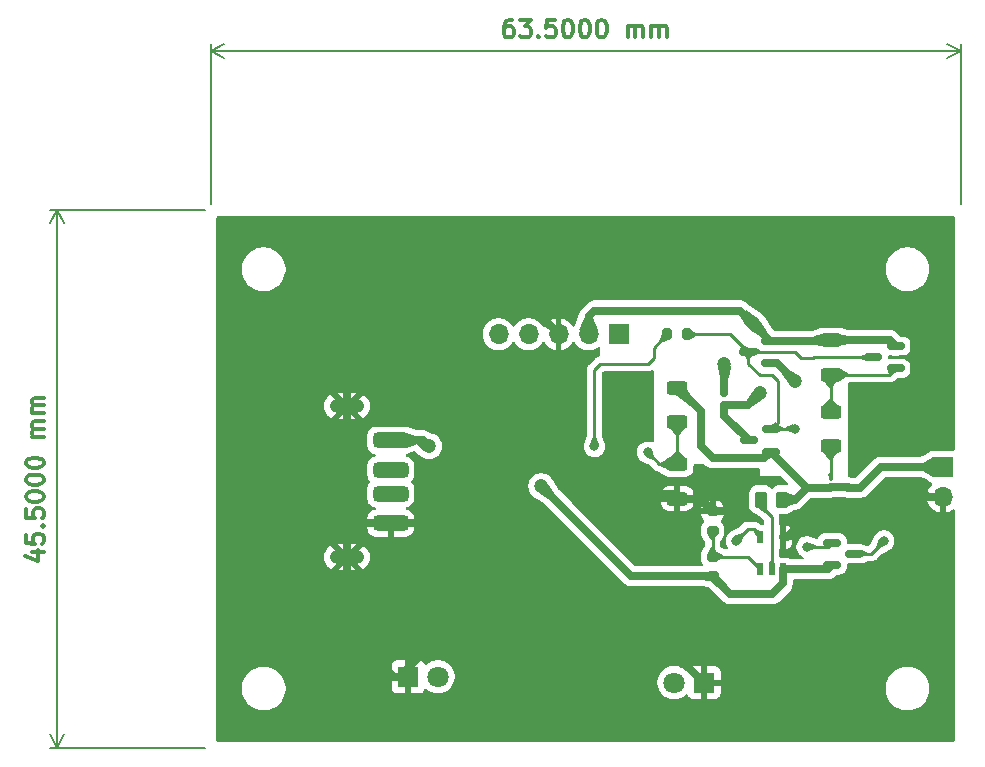
<source format=gbr>
%TF.GenerationSoftware,KiCad,Pcbnew,9.0.3*%
%TF.CreationDate,2025-07-28T01:45:30+03:00*%
%TF.ProjectId,Charger USB,43686172-6765-4722-9055-53422e6b6963,rev?*%
%TF.SameCoordinates,Original*%
%TF.FileFunction,Copper,L1,Top*%
%TF.FilePolarity,Positive*%
%FSLAX46Y46*%
G04 Gerber Fmt 4.6, Leading zero omitted, Abs format (unit mm)*
G04 Created by KiCad (PCBNEW 9.0.3) date 2025-07-28 01:45:30*
%MOMM*%
%LPD*%
G01*
G04 APERTURE LIST*
G04 Aperture macros list*
%AMRoundRect*
0 Rectangle with rounded corners*
0 $1 Rounding radius*
0 $2 $3 $4 $5 $6 $7 $8 $9 X,Y pos of 4 corners*
0 Add a 4 corners polygon primitive as box body*
4,1,4,$2,$3,$4,$5,$6,$7,$8,$9,$2,$3,0*
0 Add four circle primitives for the rounded corners*
1,1,$1+$1,$2,$3*
1,1,$1+$1,$4,$5*
1,1,$1+$1,$6,$7*
1,1,$1+$1,$8,$9*
0 Add four rect primitives between the rounded corners*
20,1,$1+$1,$2,$3,$4,$5,0*
20,1,$1+$1,$4,$5,$6,$7,0*
20,1,$1+$1,$6,$7,$8,$9,0*
20,1,$1+$1,$8,$9,$2,$3,0*%
G04 Aperture macros list end*
%ADD10C,0.300000*%
%TA.AperFunction,NonConductor*%
%ADD11C,0.300000*%
%TD*%
%TA.AperFunction,NonConductor*%
%ADD12C,0.200000*%
%TD*%
%TA.AperFunction,SMDPad,CuDef*%
%ADD13RoundRect,0.150000X0.587500X0.150000X-0.587500X0.150000X-0.587500X-0.150000X0.587500X-0.150000X0*%
%TD*%
%TA.AperFunction,SMDPad,CuDef*%
%ADD14RoundRect,0.200000X-0.275000X0.200000X-0.275000X-0.200000X0.275000X-0.200000X0.275000X0.200000X0*%
%TD*%
%TA.AperFunction,SMDPad,CuDef*%
%ADD15RoundRect,0.250000X-0.625000X0.312500X-0.625000X-0.312500X0.625000X-0.312500X0.625000X0.312500X0*%
%TD*%
%TA.AperFunction,SMDPad,CuDef*%
%ADD16RoundRect,0.250000X-0.262500X-0.450000X0.262500X-0.450000X0.262500X0.450000X-0.262500X0.450000X0*%
%TD*%
%TA.AperFunction,ComponentPad*%
%ADD17R,1.700000X1.700000*%
%TD*%
%TA.AperFunction,ComponentPad*%
%ADD18O,1.700000X1.700000*%
%TD*%
%TA.AperFunction,SMDPad,CuDef*%
%ADD19RoundRect,0.135000X-0.185000X0.135000X-0.185000X-0.135000X0.185000X-0.135000X0.185000X0.135000X0*%
%TD*%
%TA.AperFunction,ComponentPad*%
%ADD20R,1.800000X1.800000*%
%TD*%
%TA.AperFunction,ComponentPad*%
%ADD21C,1.800000*%
%TD*%
%TA.AperFunction,SMDPad,CuDef*%
%ADD22RoundRect,0.100000X-0.100000X0.130000X-0.100000X-0.130000X0.100000X-0.130000X0.100000X0.130000X0*%
%TD*%
%TA.AperFunction,SMDPad,CuDef*%
%ADD23RoundRect,0.150000X-0.587500X-0.150000X0.587500X-0.150000X0.587500X0.150000X-0.587500X0.150000X0*%
%TD*%
%TA.AperFunction,SMDPad,CuDef*%
%ADD24RoundRect,0.200000X0.275000X-0.200000X0.275000X0.200000X-0.275000X0.200000X-0.275000X-0.200000X0*%
%TD*%
%TA.AperFunction,SMDPad,CuDef*%
%ADD25RoundRect,0.200000X0.200000X0.275000X-0.200000X0.275000X-0.200000X-0.275000X0.200000X-0.275000X0*%
%TD*%
%TA.AperFunction,SMDPad,CuDef*%
%ADD26R,0.508000X0.977900*%
%TD*%
%TA.AperFunction,SMDPad,CuDef*%
%ADD27RoundRect,0.325000X-1.175000X0.325000X-1.175000X-0.325000X1.175000X-0.325000X1.175000X0.325000X0*%
%TD*%
%TA.AperFunction,ComponentPad*%
%ADD28O,2.900000X1.200000*%
%TD*%
%TA.AperFunction,ViaPad*%
%ADD29C,1.200000*%
%TD*%
%TA.AperFunction,ViaPad*%
%ADD30C,0.800000*%
%TD*%
%TA.AperFunction,Conductor*%
%ADD31C,0.700000*%
%TD*%
%TA.AperFunction,Conductor*%
%ADD32C,0.250000*%
%TD*%
G04 APERTURE END LIST*
D10*
D11*
X59878328Y-97964284D02*
X60878328Y-97964284D01*
X59306900Y-98321426D02*
X60378328Y-98678569D01*
X60378328Y-98678569D02*
X60378328Y-97749998D01*
X59378328Y-96464284D02*
X59378328Y-97178570D01*
X59378328Y-97178570D02*
X60092614Y-97249998D01*
X60092614Y-97249998D02*
X60021185Y-97178570D01*
X60021185Y-97178570D02*
X59949757Y-97035713D01*
X59949757Y-97035713D02*
X59949757Y-96678570D01*
X59949757Y-96678570D02*
X60021185Y-96535713D01*
X60021185Y-96535713D02*
X60092614Y-96464284D01*
X60092614Y-96464284D02*
X60235471Y-96392855D01*
X60235471Y-96392855D02*
X60592614Y-96392855D01*
X60592614Y-96392855D02*
X60735471Y-96464284D01*
X60735471Y-96464284D02*
X60806900Y-96535713D01*
X60806900Y-96535713D02*
X60878328Y-96678570D01*
X60878328Y-96678570D02*
X60878328Y-97035713D01*
X60878328Y-97035713D02*
X60806900Y-97178570D01*
X60806900Y-97178570D02*
X60735471Y-97249998D01*
X60735471Y-95749999D02*
X60806900Y-95678570D01*
X60806900Y-95678570D02*
X60878328Y-95749999D01*
X60878328Y-95749999D02*
X60806900Y-95821427D01*
X60806900Y-95821427D02*
X60735471Y-95749999D01*
X60735471Y-95749999D02*
X60878328Y-95749999D01*
X59378328Y-94321427D02*
X59378328Y-95035713D01*
X59378328Y-95035713D02*
X60092614Y-95107141D01*
X60092614Y-95107141D02*
X60021185Y-95035713D01*
X60021185Y-95035713D02*
X59949757Y-94892856D01*
X59949757Y-94892856D02*
X59949757Y-94535713D01*
X59949757Y-94535713D02*
X60021185Y-94392856D01*
X60021185Y-94392856D02*
X60092614Y-94321427D01*
X60092614Y-94321427D02*
X60235471Y-94249998D01*
X60235471Y-94249998D02*
X60592614Y-94249998D01*
X60592614Y-94249998D02*
X60735471Y-94321427D01*
X60735471Y-94321427D02*
X60806900Y-94392856D01*
X60806900Y-94392856D02*
X60878328Y-94535713D01*
X60878328Y-94535713D02*
X60878328Y-94892856D01*
X60878328Y-94892856D02*
X60806900Y-95035713D01*
X60806900Y-95035713D02*
X60735471Y-95107141D01*
X59378328Y-93321427D02*
X59378328Y-93178570D01*
X59378328Y-93178570D02*
X59449757Y-93035713D01*
X59449757Y-93035713D02*
X59521185Y-92964285D01*
X59521185Y-92964285D02*
X59664042Y-92892856D01*
X59664042Y-92892856D02*
X59949757Y-92821427D01*
X59949757Y-92821427D02*
X60306900Y-92821427D01*
X60306900Y-92821427D02*
X60592614Y-92892856D01*
X60592614Y-92892856D02*
X60735471Y-92964285D01*
X60735471Y-92964285D02*
X60806900Y-93035713D01*
X60806900Y-93035713D02*
X60878328Y-93178570D01*
X60878328Y-93178570D02*
X60878328Y-93321427D01*
X60878328Y-93321427D02*
X60806900Y-93464285D01*
X60806900Y-93464285D02*
X60735471Y-93535713D01*
X60735471Y-93535713D02*
X60592614Y-93607142D01*
X60592614Y-93607142D02*
X60306900Y-93678570D01*
X60306900Y-93678570D02*
X59949757Y-93678570D01*
X59949757Y-93678570D02*
X59664042Y-93607142D01*
X59664042Y-93607142D02*
X59521185Y-93535713D01*
X59521185Y-93535713D02*
X59449757Y-93464285D01*
X59449757Y-93464285D02*
X59378328Y-93321427D01*
X59378328Y-91892856D02*
X59378328Y-91749999D01*
X59378328Y-91749999D02*
X59449757Y-91607142D01*
X59449757Y-91607142D02*
X59521185Y-91535714D01*
X59521185Y-91535714D02*
X59664042Y-91464285D01*
X59664042Y-91464285D02*
X59949757Y-91392856D01*
X59949757Y-91392856D02*
X60306900Y-91392856D01*
X60306900Y-91392856D02*
X60592614Y-91464285D01*
X60592614Y-91464285D02*
X60735471Y-91535714D01*
X60735471Y-91535714D02*
X60806900Y-91607142D01*
X60806900Y-91607142D02*
X60878328Y-91749999D01*
X60878328Y-91749999D02*
X60878328Y-91892856D01*
X60878328Y-91892856D02*
X60806900Y-92035714D01*
X60806900Y-92035714D02*
X60735471Y-92107142D01*
X60735471Y-92107142D02*
X60592614Y-92178571D01*
X60592614Y-92178571D02*
X60306900Y-92249999D01*
X60306900Y-92249999D02*
X59949757Y-92249999D01*
X59949757Y-92249999D02*
X59664042Y-92178571D01*
X59664042Y-92178571D02*
X59521185Y-92107142D01*
X59521185Y-92107142D02*
X59449757Y-92035714D01*
X59449757Y-92035714D02*
X59378328Y-91892856D01*
X59378328Y-90464285D02*
X59378328Y-90321428D01*
X59378328Y-90321428D02*
X59449757Y-90178571D01*
X59449757Y-90178571D02*
X59521185Y-90107143D01*
X59521185Y-90107143D02*
X59664042Y-90035714D01*
X59664042Y-90035714D02*
X59949757Y-89964285D01*
X59949757Y-89964285D02*
X60306900Y-89964285D01*
X60306900Y-89964285D02*
X60592614Y-90035714D01*
X60592614Y-90035714D02*
X60735471Y-90107143D01*
X60735471Y-90107143D02*
X60806900Y-90178571D01*
X60806900Y-90178571D02*
X60878328Y-90321428D01*
X60878328Y-90321428D02*
X60878328Y-90464285D01*
X60878328Y-90464285D02*
X60806900Y-90607143D01*
X60806900Y-90607143D02*
X60735471Y-90678571D01*
X60735471Y-90678571D02*
X60592614Y-90750000D01*
X60592614Y-90750000D02*
X60306900Y-90821428D01*
X60306900Y-90821428D02*
X59949757Y-90821428D01*
X59949757Y-90821428D02*
X59664042Y-90750000D01*
X59664042Y-90750000D02*
X59521185Y-90678571D01*
X59521185Y-90678571D02*
X59449757Y-90607143D01*
X59449757Y-90607143D02*
X59378328Y-90464285D01*
X60878328Y-88178572D02*
X59878328Y-88178572D01*
X60021185Y-88178572D02*
X59949757Y-88107143D01*
X59949757Y-88107143D02*
X59878328Y-87964286D01*
X59878328Y-87964286D02*
X59878328Y-87750000D01*
X59878328Y-87750000D02*
X59949757Y-87607143D01*
X59949757Y-87607143D02*
X60092614Y-87535715D01*
X60092614Y-87535715D02*
X60878328Y-87535715D01*
X60092614Y-87535715D02*
X59949757Y-87464286D01*
X59949757Y-87464286D02*
X59878328Y-87321429D01*
X59878328Y-87321429D02*
X59878328Y-87107143D01*
X59878328Y-87107143D02*
X59949757Y-86964286D01*
X59949757Y-86964286D02*
X60092614Y-86892857D01*
X60092614Y-86892857D02*
X60878328Y-86892857D01*
X60878328Y-86178572D02*
X59878328Y-86178572D01*
X60021185Y-86178572D02*
X59949757Y-86107143D01*
X59949757Y-86107143D02*
X59878328Y-85964286D01*
X59878328Y-85964286D02*
X59878328Y-85750000D01*
X59878328Y-85750000D02*
X59949757Y-85607143D01*
X59949757Y-85607143D02*
X60092614Y-85535715D01*
X60092614Y-85535715D02*
X60878328Y-85535715D01*
X60092614Y-85535715D02*
X59949757Y-85464286D01*
X59949757Y-85464286D02*
X59878328Y-85321429D01*
X59878328Y-85321429D02*
X59878328Y-85107143D01*
X59878328Y-85107143D02*
X59949757Y-84964286D01*
X59949757Y-84964286D02*
X60092614Y-84892857D01*
X60092614Y-84892857D02*
X60878328Y-84892857D01*
D12*
X74500000Y-114500000D02*
X61413580Y-114500000D01*
X74500000Y-69000000D02*
X61413580Y-69000000D01*
X62000000Y-114500000D02*
X62000000Y-69000000D01*
X62000000Y-114500000D02*
X61413579Y-113373496D01*
X62000000Y-114500000D02*
X62586421Y-113373496D01*
X62000000Y-69000000D02*
X62586421Y-70126504D01*
X62000000Y-69000000D02*
X61413579Y-70126504D01*
D10*
D11*
X100535716Y-52878328D02*
X100250001Y-52878328D01*
X100250001Y-52878328D02*
X100107144Y-52949757D01*
X100107144Y-52949757D02*
X100035716Y-53021185D01*
X100035716Y-53021185D02*
X99892858Y-53235471D01*
X99892858Y-53235471D02*
X99821430Y-53521185D01*
X99821430Y-53521185D02*
X99821430Y-54092614D01*
X99821430Y-54092614D02*
X99892858Y-54235471D01*
X99892858Y-54235471D02*
X99964287Y-54306900D01*
X99964287Y-54306900D02*
X100107144Y-54378328D01*
X100107144Y-54378328D02*
X100392858Y-54378328D01*
X100392858Y-54378328D02*
X100535716Y-54306900D01*
X100535716Y-54306900D02*
X100607144Y-54235471D01*
X100607144Y-54235471D02*
X100678573Y-54092614D01*
X100678573Y-54092614D02*
X100678573Y-53735471D01*
X100678573Y-53735471D02*
X100607144Y-53592614D01*
X100607144Y-53592614D02*
X100535716Y-53521185D01*
X100535716Y-53521185D02*
X100392858Y-53449757D01*
X100392858Y-53449757D02*
X100107144Y-53449757D01*
X100107144Y-53449757D02*
X99964287Y-53521185D01*
X99964287Y-53521185D02*
X99892858Y-53592614D01*
X99892858Y-53592614D02*
X99821430Y-53735471D01*
X101178572Y-52878328D02*
X102107144Y-52878328D01*
X102107144Y-52878328D02*
X101607144Y-53449757D01*
X101607144Y-53449757D02*
X101821429Y-53449757D01*
X101821429Y-53449757D02*
X101964287Y-53521185D01*
X101964287Y-53521185D02*
X102035715Y-53592614D01*
X102035715Y-53592614D02*
X102107144Y-53735471D01*
X102107144Y-53735471D02*
X102107144Y-54092614D01*
X102107144Y-54092614D02*
X102035715Y-54235471D01*
X102035715Y-54235471D02*
X101964287Y-54306900D01*
X101964287Y-54306900D02*
X101821429Y-54378328D01*
X101821429Y-54378328D02*
X101392858Y-54378328D01*
X101392858Y-54378328D02*
X101250001Y-54306900D01*
X101250001Y-54306900D02*
X101178572Y-54235471D01*
X102750000Y-54235471D02*
X102821429Y-54306900D01*
X102821429Y-54306900D02*
X102750000Y-54378328D01*
X102750000Y-54378328D02*
X102678572Y-54306900D01*
X102678572Y-54306900D02*
X102750000Y-54235471D01*
X102750000Y-54235471D02*
X102750000Y-54378328D01*
X104178572Y-52878328D02*
X103464286Y-52878328D01*
X103464286Y-52878328D02*
X103392858Y-53592614D01*
X103392858Y-53592614D02*
X103464286Y-53521185D01*
X103464286Y-53521185D02*
X103607144Y-53449757D01*
X103607144Y-53449757D02*
X103964286Y-53449757D01*
X103964286Y-53449757D02*
X104107144Y-53521185D01*
X104107144Y-53521185D02*
X104178572Y-53592614D01*
X104178572Y-53592614D02*
X104250001Y-53735471D01*
X104250001Y-53735471D02*
X104250001Y-54092614D01*
X104250001Y-54092614D02*
X104178572Y-54235471D01*
X104178572Y-54235471D02*
X104107144Y-54306900D01*
X104107144Y-54306900D02*
X103964286Y-54378328D01*
X103964286Y-54378328D02*
X103607144Y-54378328D01*
X103607144Y-54378328D02*
X103464286Y-54306900D01*
X103464286Y-54306900D02*
X103392858Y-54235471D01*
X105178572Y-52878328D02*
X105321429Y-52878328D01*
X105321429Y-52878328D02*
X105464286Y-52949757D01*
X105464286Y-52949757D02*
X105535715Y-53021185D01*
X105535715Y-53021185D02*
X105607143Y-53164042D01*
X105607143Y-53164042D02*
X105678572Y-53449757D01*
X105678572Y-53449757D02*
X105678572Y-53806900D01*
X105678572Y-53806900D02*
X105607143Y-54092614D01*
X105607143Y-54092614D02*
X105535715Y-54235471D01*
X105535715Y-54235471D02*
X105464286Y-54306900D01*
X105464286Y-54306900D02*
X105321429Y-54378328D01*
X105321429Y-54378328D02*
X105178572Y-54378328D01*
X105178572Y-54378328D02*
X105035715Y-54306900D01*
X105035715Y-54306900D02*
X104964286Y-54235471D01*
X104964286Y-54235471D02*
X104892857Y-54092614D01*
X104892857Y-54092614D02*
X104821429Y-53806900D01*
X104821429Y-53806900D02*
X104821429Y-53449757D01*
X104821429Y-53449757D02*
X104892857Y-53164042D01*
X104892857Y-53164042D02*
X104964286Y-53021185D01*
X104964286Y-53021185D02*
X105035715Y-52949757D01*
X105035715Y-52949757D02*
X105178572Y-52878328D01*
X106607143Y-52878328D02*
X106750000Y-52878328D01*
X106750000Y-52878328D02*
X106892857Y-52949757D01*
X106892857Y-52949757D02*
X106964286Y-53021185D01*
X106964286Y-53021185D02*
X107035714Y-53164042D01*
X107035714Y-53164042D02*
X107107143Y-53449757D01*
X107107143Y-53449757D02*
X107107143Y-53806900D01*
X107107143Y-53806900D02*
X107035714Y-54092614D01*
X107035714Y-54092614D02*
X106964286Y-54235471D01*
X106964286Y-54235471D02*
X106892857Y-54306900D01*
X106892857Y-54306900D02*
X106750000Y-54378328D01*
X106750000Y-54378328D02*
X106607143Y-54378328D01*
X106607143Y-54378328D02*
X106464286Y-54306900D01*
X106464286Y-54306900D02*
X106392857Y-54235471D01*
X106392857Y-54235471D02*
X106321428Y-54092614D01*
X106321428Y-54092614D02*
X106250000Y-53806900D01*
X106250000Y-53806900D02*
X106250000Y-53449757D01*
X106250000Y-53449757D02*
X106321428Y-53164042D01*
X106321428Y-53164042D02*
X106392857Y-53021185D01*
X106392857Y-53021185D02*
X106464286Y-52949757D01*
X106464286Y-52949757D02*
X106607143Y-52878328D01*
X108035714Y-52878328D02*
X108178571Y-52878328D01*
X108178571Y-52878328D02*
X108321428Y-52949757D01*
X108321428Y-52949757D02*
X108392857Y-53021185D01*
X108392857Y-53021185D02*
X108464285Y-53164042D01*
X108464285Y-53164042D02*
X108535714Y-53449757D01*
X108535714Y-53449757D02*
X108535714Y-53806900D01*
X108535714Y-53806900D02*
X108464285Y-54092614D01*
X108464285Y-54092614D02*
X108392857Y-54235471D01*
X108392857Y-54235471D02*
X108321428Y-54306900D01*
X108321428Y-54306900D02*
X108178571Y-54378328D01*
X108178571Y-54378328D02*
X108035714Y-54378328D01*
X108035714Y-54378328D02*
X107892857Y-54306900D01*
X107892857Y-54306900D02*
X107821428Y-54235471D01*
X107821428Y-54235471D02*
X107749999Y-54092614D01*
X107749999Y-54092614D02*
X107678571Y-53806900D01*
X107678571Y-53806900D02*
X107678571Y-53449757D01*
X107678571Y-53449757D02*
X107749999Y-53164042D01*
X107749999Y-53164042D02*
X107821428Y-53021185D01*
X107821428Y-53021185D02*
X107892857Y-52949757D01*
X107892857Y-52949757D02*
X108035714Y-52878328D01*
X110321427Y-54378328D02*
X110321427Y-53378328D01*
X110321427Y-53521185D02*
X110392856Y-53449757D01*
X110392856Y-53449757D02*
X110535713Y-53378328D01*
X110535713Y-53378328D02*
X110749999Y-53378328D01*
X110749999Y-53378328D02*
X110892856Y-53449757D01*
X110892856Y-53449757D02*
X110964285Y-53592614D01*
X110964285Y-53592614D02*
X110964285Y-54378328D01*
X110964285Y-53592614D02*
X111035713Y-53449757D01*
X111035713Y-53449757D02*
X111178570Y-53378328D01*
X111178570Y-53378328D02*
X111392856Y-53378328D01*
X111392856Y-53378328D02*
X111535713Y-53449757D01*
X111535713Y-53449757D02*
X111607142Y-53592614D01*
X111607142Y-53592614D02*
X111607142Y-54378328D01*
X112321427Y-54378328D02*
X112321427Y-53378328D01*
X112321427Y-53521185D02*
X112392856Y-53449757D01*
X112392856Y-53449757D02*
X112535713Y-53378328D01*
X112535713Y-53378328D02*
X112749999Y-53378328D01*
X112749999Y-53378328D02*
X112892856Y-53449757D01*
X112892856Y-53449757D02*
X112964285Y-53592614D01*
X112964285Y-53592614D02*
X112964285Y-54378328D01*
X112964285Y-53592614D02*
X113035713Y-53449757D01*
X113035713Y-53449757D02*
X113178570Y-53378328D01*
X113178570Y-53378328D02*
X113392856Y-53378328D01*
X113392856Y-53378328D02*
X113535713Y-53449757D01*
X113535713Y-53449757D02*
X113607142Y-53592614D01*
X113607142Y-53592614D02*
X113607142Y-54378328D01*
D12*
X75000000Y-68500000D02*
X75000000Y-54913580D01*
X138500000Y-68500000D02*
X138500000Y-54913580D01*
X75000000Y-55500000D02*
X138500000Y-55500000D01*
X75000000Y-55500000D02*
X76126504Y-54913579D01*
X75000000Y-55500000D02*
X76126504Y-56086421D01*
X138500000Y-55500000D02*
X137373496Y-56086421D01*
X138500000Y-55500000D02*
X137373496Y-54913579D01*
D13*
%TO.P,Q4,1,B*%
%TO.N,Net-(Q4-B)*%
X133000000Y-82400000D03*
%TO.P,Q4,2,E*%
%TO.N,/VDD*%
X133000000Y-80500000D03*
%TO.P,Q4,3,C*%
%TO.N,/Power/Control*%
X131125000Y-81450000D03*
%TD*%
D14*
%TO.P,R9,1*%
%TO.N,Net-(U2-+)*%
X117500000Y-98350000D03*
%TO.P,R9,2*%
%TO.N,/VDD*%
X117500000Y-100000000D03*
%TD*%
D15*
%TO.P,R7,1*%
%TO.N,/VADC*%
X114500000Y-84037500D03*
%TO.P,R7,2*%
%TO.N,Net-(U1-RA3)*%
X114500000Y-86962500D03*
%TD*%
D16*
%TO.P,R11,1*%
%TO.N,Net-(U2--)*%
X121587500Y-93500000D03*
%TO.P,R11,2*%
%TO.N,/VADC*%
X123412500Y-93500000D03*
%TD*%
D15*
%TO.P,R8,1*%
%TO.N,Net-(U1-RA3)*%
X114500000Y-90500000D03*
%TO.P,R8,2*%
%TO.N,GND*%
X114500000Y-93425000D03*
%TD*%
D17*
%TO.P,J2,1,Pin_1*%
%TO.N,/VADC*%
X137000000Y-90725000D03*
D18*
%TO.P,J2,2,Pin_2*%
%TO.N,GND*%
X137000000Y-93265000D03*
%TD*%
D15*
%TO.P,R4,1*%
%TO.N,Net-(Q4-B)*%
X127500000Y-86075000D03*
%TO.P,R4,2*%
%TO.N,Net-(BZG05C5V1-M3-08-K)*%
X127500000Y-89000000D03*
%TD*%
D19*
%TO.P,R1,1*%
%TO.N,/VDD*%
X118500000Y-84490000D03*
%TO.P,R1,2*%
%TO.N,Net-(Q1-B)*%
X118500000Y-85510000D03*
%TD*%
D20*
%TO.P,LED2,1,K*%
%TO.N,GND*%
X116775000Y-109000000D03*
D21*
%TO.P,LED2,2,A*%
%TO.N,Net-(LED2-A)*%
X114235000Y-109000000D03*
%TD*%
D22*
%TO.P,Dz,1,K*%
%TO.N,Net-(BZG05C5V1-M3-08-K)*%
X127500000Y-91680000D03*
%TO.P,Dz,2,A*%
%TO.N,/VADC*%
X127500000Y-92320000D03*
%TD*%
D23*
%TO.P,Q2,1,B*%
%TO.N,Net-(Q2-B)*%
X127625000Y-97149998D03*
%TO.P,Q2,2,E*%
%TO.N,/VDD*%
X127625000Y-99049998D03*
%TO.P,Q2,3,C*%
%TO.N,/Power/Control*%
X129500000Y-98099998D03*
%TD*%
D15*
%TO.P,R3,1*%
%TO.N,/VDD*%
X127500000Y-80000000D03*
%TO.P,R3,2*%
%TO.N,Net-(Q4-B)*%
X127500000Y-82925000D03*
%TD*%
D24*
%TO.P,R10,1*%
%TO.N,Net-(U2-+)*%
X117500000Y-96150000D03*
%TO.P,R10,2*%
%TO.N,GND*%
X117500000Y-94500000D03*
%TD*%
D25*
%TO.P,R2,1*%
%TO.N,/Power/Control*%
X115325000Y-79500000D03*
%TO.P,R2,2*%
%TO.N,/nEN*%
X113675000Y-79500000D03*
%TD*%
D13*
%TO.P,Q1,1,B*%
%TO.N,Net-(Q1-B)*%
X122387500Y-81950000D03*
%TO.P,Q1,2,E*%
%TO.N,/VDD*%
X122387500Y-80050000D03*
%TO.P,Q1,3,C*%
%TO.N,/Power/Control*%
X120512500Y-81000000D03*
%TD*%
D26*
%TO.P,U2,1,+*%
%TO.N,Net-(U2-+)*%
X121549999Y-99415249D03*
%TO.P,U2,2,-*%
%TO.N,Net-(U2--)*%
X122500000Y-99415249D03*
%TO.P,U2,3,V+*%
%TO.N,/VDD*%
X123450001Y-99415249D03*
%TO.P,U2,4,V-*%
%TO.N,GND*%
X123450001Y-96684749D03*
%TO.P,U2,5*%
%TO.N,Net-(Q2-B)*%
X121549999Y-96684749D03*
%TD*%
D27*
%TO.P,J1,1,VBUS*%
%TO.N,/VDD*%
X90240000Y-88500000D03*
%TO.P,J1,2,D-*%
%TO.N,unconnected-(J1-D--Pad2)*%
X90240000Y-91000000D03*
%TO.P,J1,3,D+*%
%TO.N,unconnected-(J1-D+-Pad3)*%
X90240000Y-93000000D03*
%TO.P,J1,4,GND*%
%TO.N,GND*%
X90240000Y-95500000D03*
D28*
%TO.P,J1,5,Shield*%
X86540000Y-85600000D03*
X86540000Y-98400000D03*
%TD*%
D20*
%TO.P,LED1,1,K*%
%TO.N,GND*%
X91725000Y-108500000D03*
D21*
%TO.P,LED1,2,A*%
%TO.N,Net-(LED1-A)*%
X94265000Y-108500000D03*
%TD*%
D13*
%TO.P,Q3,1,C*%
%TO.N,/VADC*%
X122437500Y-89450000D03*
%TO.P,Q3,2,B*%
%TO.N,/Power/Control*%
X122437500Y-87550000D03*
%TO.P,Q3,3,E*%
%TO.N,Net-(Q1-B)*%
X120562500Y-88500000D03*
%TD*%
D17*
%TO.P,J3,1,Pin_1*%
%TO.N,/MCLR*%
X109540000Y-79500000D03*
D18*
%TO.P,J3,2,Pin_2*%
%TO.N,/VDD*%
X107000000Y-79500000D03*
%TO.P,J3,3,Pin_3*%
%TO.N,GND*%
X104460000Y-79500000D03*
%TO.P,J3,4,Pin_4*%
%TO.N,/PGD*%
X101920000Y-79500000D03*
%TO.P,J3,5,Pin_5*%
%TO.N,/PGC*%
X99380000Y-79500000D03*
%TD*%
D29*
%TO.N,/VDD*%
X93500000Y-89000000D03*
X103000000Y-92374999D03*
X118500000Y-82000000D03*
X120918750Y-78581250D03*
%TO.N,GND*%
X112000000Y-93000000D03*
X125500000Y-95000000D03*
X119500000Y-95000000D03*
X93500000Y-95500000D03*
D30*
%TO.N,/Power/Control*%
X124500000Y-87500000D03*
X132000000Y-97000000D03*
D29*
%TO.N,Net-(Q1-B)*%
X124500000Y-83500000D03*
X121500000Y-84500000D03*
D30*
%TO.N,/nEN*%
X107500000Y-89000000D03*
%TO.N,Net-(Q2-B)*%
X119500000Y-97000000D03*
X125500000Y-97500000D03*
%TO.N,Net-(U1-RA3)*%
X112000000Y-89500000D03*
%TD*%
D31*
%TO.N,/VADC*%
X116500000Y-86037500D02*
X116500000Y-89000000D01*
X127500000Y-92460000D02*
X128960000Y-92460000D01*
X125487500Y-92500000D02*
X127460000Y-92500000D01*
X128960000Y-92460000D02*
X129000000Y-92500000D01*
X114500000Y-84037500D02*
X116500000Y-86037500D01*
X124487500Y-93500000D02*
X125487500Y-92500000D01*
X127460000Y-92500000D02*
X127500000Y-92460000D01*
X129000000Y-92500000D02*
X130000000Y-92500000D01*
X121887500Y-90000000D02*
X122437500Y-89450000D01*
X123412500Y-93500000D02*
X124487500Y-93500000D01*
X117500000Y-90000000D02*
X121887500Y-90000000D01*
X131775000Y-90725000D02*
X137000000Y-90725000D01*
X130000000Y-92500000D02*
X131775000Y-90725000D01*
X122437500Y-89450000D02*
X125487500Y-92500000D01*
X116500000Y-89000000D02*
X117500000Y-90000000D01*
%TO.N,/VDD*%
X119000000Y-101500000D02*
X122554200Y-101500000D01*
X118500000Y-84490000D02*
X118500000Y-82000000D01*
X117500000Y-100000000D02*
X110625001Y-100000000D01*
X107500000Y-77500000D02*
X119837500Y-77500000D01*
X110625001Y-100000000D02*
X103000000Y-92374999D01*
X107000000Y-78000000D02*
X107500000Y-77500000D01*
X119837500Y-77500000D02*
X120918750Y-78581250D01*
X123450001Y-99415249D02*
X127259749Y-99415249D01*
X122554200Y-101500000D02*
X123450001Y-100604199D01*
X93000000Y-88500000D02*
X93500000Y-89000000D01*
X127450000Y-80050000D02*
X127500000Y-80000000D01*
X90240000Y-88500000D02*
X93000000Y-88500000D01*
X120918750Y-78581250D02*
X122387500Y-80050000D01*
X132500000Y-80000000D02*
X133000000Y-80500000D01*
X122387500Y-80050000D02*
X127450000Y-80050000D01*
X117500000Y-100000000D02*
X119000000Y-101500000D01*
X127259749Y-99415249D02*
X127625000Y-99049998D01*
X127500000Y-80000000D02*
X132500000Y-80000000D01*
X123450001Y-100604199D02*
X123450001Y-99415249D01*
X107000000Y-79500000D02*
X107000000Y-78000000D01*
%TO.N,GND*%
X91725000Y-108500000D02*
X91725000Y-107775000D01*
X116425000Y-93425000D02*
X117500000Y-94500000D01*
X137000000Y-93265000D02*
X135765000Y-93265000D01*
X90240000Y-95500000D02*
X93500000Y-95500000D01*
X123815251Y-96684749D02*
X125500000Y-95000000D01*
X92500000Y-77500000D02*
X102460000Y-77500000D01*
X114500000Y-93425000D02*
X116425000Y-93425000D01*
X86540000Y-98400000D02*
X86540000Y-96460000D01*
X114075000Y-93000000D02*
X114500000Y-93425000D01*
X86540000Y-85600000D02*
X86540000Y-94540000D01*
X123450001Y-96684749D02*
X123815251Y-96684749D01*
X135500000Y-93000000D02*
X132500000Y-93000000D01*
X86540000Y-83460000D02*
X92500000Y-77500000D01*
X112000000Y-93000000D02*
X114075000Y-93000000D01*
X87500000Y-95500000D02*
X90240000Y-95500000D01*
X117500000Y-94500000D02*
X119000000Y-94500000D01*
X136765000Y-93500000D02*
X137000000Y-93265000D01*
X93000000Y-106500000D02*
X114275000Y-106500000D01*
X126000000Y-94500000D02*
X125500000Y-95000000D01*
X90500000Y-108500000D02*
X91725000Y-108500000D01*
X86540000Y-104540000D02*
X90500000Y-108500000D01*
X91725000Y-107775000D02*
X93000000Y-106500000D01*
X86540000Y-98400000D02*
X86540000Y-104540000D01*
X86540000Y-94540000D02*
X87500000Y-95500000D01*
X114275000Y-106500000D02*
X116775000Y-109000000D01*
X86540000Y-96460000D02*
X87500000Y-95500000D01*
X132500000Y-93000000D02*
X131000000Y-94500000D01*
X102460000Y-77500000D02*
X104460000Y-79500000D01*
X135765000Y-93265000D02*
X135500000Y-93000000D01*
X131000000Y-94500000D02*
X126000000Y-94500000D01*
X86540000Y-85600000D02*
X86540000Y-83460000D01*
X119000000Y-94500000D02*
X119500000Y-95000000D01*
D32*
%TO.N,/Power/Control*%
X120512500Y-82012500D02*
X121500000Y-83000000D01*
X130900002Y-98099998D02*
X132000000Y-97000000D01*
X120512500Y-81000000D02*
X120512500Y-82012500D01*
X125000000Y-81500000D02*
X126000000Y-81500000D01*
X119012500Y-79500000D02*
X120512500Y-81000000D01*
X120512500Y-81000000D02*
X124500000Y-81000000D01*
X123000000Y-83500000D02*
X123000000Y-86987500D01*
X122487500Y-87500000D02*
X122437500Y-87550000D01*
X121500000Y-83000000D02*
X122500000Y-83000000D01*
X126000000Y-81500000D02*
X126050000Y-81450000D01*
X115325000Y-79500000D02*
X119012500Y-79500000D01*
X129500000Y-98099998D02*
X130900002Y-98099998D01*
X124500000Y-81000000D02*
X125000000Y-81500000D01*
X123000000Y-86987500D02*
X122437500Y-87550000D01*
X122500000Y-83000000D02*
X123000000Y-83500000D01*
X126050000Y-81450000D02*
X131125000Y-81450000D01*
X124500000Y-87500000D02*
X122487500Y-87500000D01*
%TO.N,Net-(Q4-B)*%
X132475000Y-82925000D02*
X133000000Y-82400000D01*
X127500000Y-82925000D02*
X127500000Y-86075000D01*
X127500000Y-82925000D02*
X132475000Y-82925000D01*
D31*
%TO.N,Net-(Q1-B)*%
X118500000Y-85510000D02*
X118500000Y-86437500D01*
X118500000Y-86437500D02*
X120562500Y-88500000D01*
X124500000Y-83500000D02*
X122950000Y-81950000D01*
X120490000Y-85510000D02*
X121500000Y-84500000D01*
X122950000Y-81950000D02*
X122387500Y-81950000D01*
X118500000Y-85510000D02*
X120490000Y-85510000D01*
D32*
%TO.N,/nEN*%
X112500000Y-80675000D02*
X113675000Y-79500000D01*
X112000000Y-82000000D02*
X110000000Y-82000000D01*
X110000000Y-82000000D02*
X108000000Y-82000000D01*
X112500000Y-81500000D02*
X112000000Y-82000000D01*
X112500000Y-81500000D02*
X112500000Y-80675000D01*
X107500000Y-82500000D02*
X107500000Y-89000000D01*
X108000000Y-82000000D02*
X107500000Y-82500000D01*
%TO.N,Net-(BZG05C5V1-M3-08-K)*%
X127500000Y-89000000D02*
X127500000Y-91680000D01*
%TO.N,Net-(Q2-B)*%
X120500000Y-96000000D02*
X119500000Y-97000000D01*
X121549999Y-96684749D02*
X121549999Y-96549999D01*
X125500000Y-97500000D02*
X127274998Y-97500000D01*
X121549999Y-96549999D02*
X121000000Y-96000000D01*
X121000000Y-96000000D02*
X120500000Y-96000000D01*
X127274998Y-97500000D02*
X127625000Y-97149998D01*
%TO.N,Net-(U1-RA3)*%
X114500000Y-86962500D02*
X114500000Y-90500000D01*
X112000000Y-89500000D02*
X113000000Y-90500000D01*
X113000000Y-90500000D02*
X114500000Y-90500000D01*
%TO.N,Net-(U2-+)*%
X117500000Y-98350000D02*
X120484750Y-98350000D01*
X120484750Y-98350000D02*
X121549999Y-99415249D01*
X121549999Y-99049999D02*
X121549999Y-99415249D01*
X117500000Y-96150000D02*
X117500000Y-98350000D01*
%TO.N,Net-(U2--)*%
X121587500Y-93500000D02*
X121587500Y-94087500D01*
X122500000Y-95000000D02*
X122500000Y-99415249D01*
X121587500Y-94087500D02*
X122500000Y-95000000D01*
%TD*%
%TA.AperFunction,Conductor*%
%TO.N,Net-(BZG05C5V1-M3-08-K)*%
G36*
X127624204Y-91253427D02*
G01*
X127627261Y-91258783D01*
X127690597Y-91504775D01*
X127689342Y-91513641D01*
X127686995Y-91516476D01*
X127507728Y-91674200D01*
X127499254Y-91677092D01*
X127492272Y-91674200D01*
X127313004Y-91516476D01*
X127309056Y-91508438D01*
X127309401Y-91504782D01*
X127372739Y-91258783D01*
X127378120Y-91251625D01*
X127384069Y-91250000D01*
X127615931Y-91250000D01*
X127624204Y-91253427D01*
G37*
%TD.AperFunction*%
%TD*%
%TA.AperFunction,Conductor*%
%TO.N,Net-(Q2-B)*%
G36*
X125680696Y-97140890D02*
G01*
X126292437Y-97372141D01*
X126298964Y-97378272D01*
X126300000Y-97383085D01*
X126300000Y-97616914D01*
X126296573Y-97625187D01*
X126292437Y-97627858D01*
X125663655Y-97865551D01*
X125654705Y-97865271D01*
X125648719Y-97859109D01*
X125552306Y-97627858D01*
X125500875Y-97504499D01*
X125500855Y-97495550D01*
X125648719Y-97140889D01*
X125655066Y-97134572D01*
X125663654Y-97134448D01*
X125680696Y-97140890D01*
G37*
%TD.AperFunction*%
%TD*%
%TA.AperFunction,Conductor*%
%TO.N,Net-(Q1-B)*%
G36*
X123906911Y-82409170D02*
G01*
X124721487Y-82940375D01*
X124726545Y-82947764D01*
X124725912Y-82954636D01*
X124502562Y-83496207D01*
X124496240Y-83502548D01*
X124496207Y-83502562D01*
X123954636Y-83725912D01*
X123945681Y-83725898D01*
X123940375Y-83721487D01*
X123409170Y-82906911D01*
X123407521Y-82898109D01*
X123410695Y-82892249D01*
X123892248Y-82410696D01*
X123900520Y-82407270D01*
X123906911Y-82409170D01*
G37*
%TD.AperFunction*%
%TD*%
%TA.AperFunction,Conductor*%
%TO.N,/VDD*%
G36*
X119045375Y-82225885D02*
G01*
X119051697Y-82232226D01*
X119052330Y-82239098D01*
X118851956Y-83190711D01*
X118846898Y-83198100D01*
X118840507Y-83200000D01*
X118159493Y-83200000D01*
X118151220Y-83196573D01*
X118148044Y-83190711D01*
X117947669Y-82239095D01*
X117949318Y-82230296D01*
X117954622Y-82225886D01*
X118495507Y-82000868D01*
X118504458Y-82000855D01*
X119045375Y-82225885D01*
G37*
%TD.AperFunction*%
%TD*%
%TA.AperFunction,Conductor*%
%TO.N,/Power/Control*%
G36*
X121162064Y-80713360D02*
G01*
X121542800Y-80872000D01*
X121549119Y-80878345D01*
X121550000Y-80882800D01*
X121550000Y-81117199D01*
X121546573Y-81125472D01*
X121542800Y-81127999D01*
X121162064Y-81286639D01*
X121153109Y-81286658D01*
X121152791Y-81286521D01*
X120535408Y-81010682D01*
X120529253Y-81004179D01*
X120529499Y-80995227D01*
X120535408Y-80989318D01*
X121152792Y-80713477D01*
X121161743Y-80713232D01*
X121162064Y-80713360D01*
G37*
%TD.AperFunction*%
%TD*%
%TA.AperFunction,Conductor*%
%TO.N,/Power/Control*%
G36*
X124345294Y-87134728D02*
G01*
X124351280Y-87140890D01*
X124499123Y-87495498D01*
X124499144Y-87504452D01*
X124499123Y-87504502D01*
X124351280Y-87859109D01*
X124344933Y-87865427D01*
X124336344Y-87865551D01*
X123707563Y-87627858D01*
X123701036Y-87621727D01*
X123700000Y-87616914D01*
X123700000Y-87383085D01*
X123703427Y-87374812D01*
X123707563Y-87372141D01*
X124336345Y-87134448D01*
X124345294Y-87134728D01*
G37*
%TD.AperFunction*%
%TD*%
%TA.AperFunction,Conductor*%
%TO.N,/Power/Control*%
G36*
X115685773Y-79105149D02*
G01*
X115689390Y-79107371D01*
X116119426Y-79371575D01*
X116124680Y-79378825D01*
X116125000Y-79381543D01*
X116125000Y-79618456D01*
X116121573Y-79626729D01*
X116119425Y-79628425D01*
X115685773Y-79894850D01*
X115676930Y-79896261D01*
X115670880Y-79892628D01*
X115330844Y-79507747D01*
X115327934Y-79499278D01*
X115330844Y-79492253D01*
X115670881Y-79107370D01*
X115678926Y-79103440D01*
X115685773Y-79105149D01*
G37*
%TD.AperFunction*%
%TD*%
%TA.AperFunction,Conductor*%
%TO.N,/VADC*%
G36*
X115368669Y-84116424D02*
G01*
X115376593Y-84120590D01*
X115377957Y-84122632D01*
X115703727Y-84742635D01*
X115704542Y-84751553D01*
X115701643Y-84756350D01*
X115219616Y-85238377D01*
X115211343Y-85241804D01*
X115204750Y-85239769D01*
X114489145Y-84751553D01*
X114274846Y-84605349D01*
X114269943Y-84597856D01*
X114270623Y-84591226D01*
X114496003Y-84044768D01*
X114502324Y-84038428D01*
X114507885Y-84037580D01*
X115368669Y-84116424D01*
G37*
%TD.AperFunction*%
%TD*%
%TA.AperFunction,Conductor*%
%TO.N,/VDD*%
G36*
X103554318Y-92149100D02*
G01*
X103559624Y-92153511D01*
X104090829Y-92968087D01*
X104092478Y-92976889D01*
X104089302Y-92982751D01*
X103607752Y-93464301D01*
X103599479Y-93467728D01*
X103593088Y-93465828D01*
X102778512Y-92934623D01*
X102773454Y-92927234D01*
X102774087Y-92920362D01*
X102997437Y-92378790D01*
X103003759Y-92372450D01*
X103545363Y-92149086D01*
X103554318Y-92149100D01*
G37*
%TD.AperFunction*%
%TD*%
%TA.AperFunction,Conductor*%
%TO.N,/Power/Control*%
G36*
X130149564Y-97813358D02*
G01*
X130530300Y-97971998D01*
X130536619Y-97978343D01*
X130537500Y-97982798D01*
X130537500Y-98217197D01*
X130534073Y-98225470D01*
X130530300Y-98227997D01*
X130149564Y-98386637D01*
X130140609Y-98386656D01*
X130140291Y-98386519D01*
X129522908Y-98110680D01*
X129516753Y-98104177D01*
X129516999Y-98095225D01*
X129522908Y-98089316D01*
X130140292Y-97813475D01*
X130149243Y-97813230D01*
X130149564Y-97813358D01*
G37*
%TD.AperFunction*%
%TD*%
%TA.AperFunction,Conductor*%
%TO.N,Net-(U2-+)*%
G36*
X121210638Y-98894154D02*
G01*
X121412695Y-98925139D01*
X121420354Y-98929780D01*
X121422228Y-98933692D01*
X121548059Y-99406022D01*
X121546877Y-99414899D01*
X121541194Y-99419858D01*
X121305335Y-99516628D01*
X121296380Y-99516598D01*
X121290839Y-99511786D01*
X121227516Y-99405358D01*
X121032657Y-99077851D01*
X121031373Y-99068991D01*
X121034438Y-99063600D01*
X121200593Y-98897445D01*
X121208865Y-98894019D01*
X121210638Y-98894154D01*
G37*
%TD.AperFunction*%
%TD*%
%TA.AperFunction,Conductor*%
%TO.N,/Power/Control*%
G36*
X131640909Y-96851232D02*
G01*
X131783763Y-96910018D01*
X131996195Y-96997436D01*
X132002542Y-97003754D01*
X132002563Y-97003804D01*
X132148767Y-97359090D01*
X132148746Y-97368044D01*
X132142760Y-97374206D01*
X131530071Y-97650747D01*
X131521121Y-97651027D01*
X131516985Y-97648356D01*
X131351643Y-97483014D01*
X131348216Y-97474741D01*
X131349252Y-97469928D01*
X131395238Y-97368044D01*
X131625794Y-96857238D01*
X131632320Y-96851108D01*
X131640909Y-96851232D01*
G37*
%TD.AperFunction*%
%TD*%
%TA.AperFunction,Conductor*%
%TO.N,/Power/Control*%
G36*
X123466553Y-87372556D02*
G01*
X123473546Y-87378146D01*
X123475000Y-87383794D01*
X123475000Y-87617979D01*
X123471573Y-87626252D01*
X123468806Y-87628303D01*
X123118356Y-87815201D01*
X123109443Y-87816070D01*
X123108547Y-87815757D01*
X122462350Y-87560222D01*
X122455917Y-87553993D01*
X122455773Y-87545039D01*
X122461879Y-87538660D01*
X123078493Y-87263164D01*
X123086516Y-87262608D01*
X123466553Y-87372556D01*
G37*
%TD.AperFunction*%
%TD*%
%TA.AperFunction,Conductor*%
%TO.N,Net-(U2-+)*%
G36*
X117626729Y-97553427D02*
G01*
X117628425Y-97555575D01*
X117894850Y-97989225D01*
X117896261Y-97998068D01*
X117892628Y-98004118D01*
X117507747Y-98344155D01*
X117499278Y-98347065D01*
X117492253Y-98344155D01*
X117107371Y-98004118D01*
X117103440Y-97996072D01*
X117105149Y-97989225D01*
X117371575Y-97555575D01*
X117378826Y-97550320D01*
X117381544Y-97550000D01*
X117618456Y-97550000D01*
X117626729Y-97553427D01*
G37*
%TD.AperFunction*%
%TD*%
%TA.AperFunction,Conductor*%
%TO.N,/nEN*%
G36*
X113285315Y-79338561D02*
G01*
X113669844Y-79496879D01*
X113676189Y-79503197D01*
X113676885Y-79505523D01*
X113763908Y-79965602D01*
X113762079Y-79974367D01*
X113756829Y-79978610D01*
X113116279Y-80239759D01*
X113107324Y-80239709D01*
X113103589Y-80237198D01*
X112938110Y-80071719D01*
X112934683Y-80063446D01*
X112935787Y-80058485D01*
X113270268Y-79344417D01*
X113276879Y-79338380D01*
X113285315Y-79338561D01*
G37*
%TD.AperFunction*%
%TD*%
%TA.AperFunction,Conductor*%
%TO.N,GND*%
G36*
X125500707Y-94999293D02*
G01*
X125729610Y-95554328D01*
X124898960Y-96096015D01*
X124403985Y-95601040D01*
X124945672Y-94770390D01*
X125500707Y-94999293D01*
G37*
%TD.AperFunction*%
%TD*%
%TA.AperFunction,Conductor*%
%TO.N,/VDD*%
G36*
X117226776Y-99603290D02*
G01*
X117228848Y-99605577D01*
X117496414Y-99993355D01*
X117498292Y-100002111D01*
X117496414Y-100006645D01*
X117228848Y-100394422D01*
X117221329Y-100399285D01*
X117218246Y-100399437D01*
X116635728Y-100350894D01*
X116627768Y-100346792D01*
X116625000Y-100339234D01*
X116625000Y-99660766D01*
X116628427Y-99652493D01*
X116635728Y-99649106D01*
X117218248Y-99600562D01*
X117226776Y-99603290D01*
G37*
%TD.AperFunction*%
%TD*%
%TA.AperFunction,Conductor*%
%TO.N,Net-(U2--)*%
G36*
X122626092Y-98675726D02*
G01*
X122628251Y-98678701D01*
X122751281Y-98920946D01*
X122751972Y-98929874D01*
X122751236Y-98931629D01*
X122510387Y-99396213D01*
X122503537Y-99401981D01*
X122494615Y-99401215D01*
X122489613Y-99396213D01*
X122248763Y-98931629D01*
X122247997Y-98922707D01*
X122248715Y-98920952D01*
X122371749Y-98678701D01*
X122378551Y-98672876D01*
X122382181Y-98672299D01*
X122617819Y-98672299D01*
X122626092Y-98675726D01*
G37*
%TD.AperFunction*%
%TD*%
%TA.AperFunction,Conductor*%
%TO.N,/VADC*%
G36*
X136156401Y-89881394D02*
G01*
X136992712Y-90716722D01*
X136996144Y-90724993D01*
X136992722Y-90733268D01*
X136992712Y-90733278D01*
X136156401Y-91568605D01*
X136148126Y-91572027D01*
X136142201Y-91570412D01*
X135305768Y-91078392D01*
X135300374Y-91071243D01*
X135300000Y-91068307D01*
X135300000Y-90381692D01*
X135303427Y-90373419D01*
X135305768Y-90371607D01*
X136142202Y-89879586D01*
X136151069Y-89878346D01*
X136156401Y-89881394D01*
G37*
%TD.AperFunction*%
%TD*%
%TA.AperFunction,Conductor*%
%TO.N,/VDD*%
G36*
X92381902Y-88147379D02*
G01*
X92388718Y-88153187D01*
X92390000Y-88158511D01*
X92390000Y-88841488D01*
X92386573Y-88849761D01*
X92381902Y-88852620D01*
X91543824Y-89123820D01*
X91535152Y-89123232D01*
X90966407Y-88849761D01*
X90260927Y-88510543D01*
X90254957Y-88503871D01*
X90255454Y-88494930D01*
X90260927Y-88489456D01*
X91535154Y-87876766D01*
X91543822Y-87876179D01*
X92381902Y-88147379D01*
G37*
%TD.AperFunction*%
%TD*%
%TA.AperFunction,Conductor*%
%TO.N,Net-(U1-RA3)*%
G36*
X113785545Y-89961211D02*
G01*
X114488589Y-90490654D01*
X114493137Y-90498368D01*
X114490897Y-90507038D01*
X114488589Y-90509346D01*
X113785545Y-91038788D01*
X113776875Y-91041028D01*
X113772608Y-91039546D01*
X113068301Y-90628386D01*
X113062884Y-90621256D01*
X113062500Y-90618282D01*
X113062500Y-90381717D01*
X113065927Y-90373444D01*
X113068298Y-90371615D01*
X113772609Y-89960452D01*
X113781481Y-89959241D01*
X113785545Y-89961211D01*
G37*
%TD.AperFunction*%
%TD*%
%TA.AperFunction,Conductor*%
%TO.N,/VDD*%
G36*
X126773480Y-79465107D02*
G01*
X126775200Y-79466157D01*
X127093320Y-79700142D01*
X127488336Y-79990685D01*
X127492970Y-79998347D01*
X127490829Y-80007042D01*
X127488442Y-80009456D01*
X126783519Y-80540314D01*
X126774849Y-80542554D01*
X126774185Y-80542440D01*
X126071904Y-80401882D01*
X126064464Y-80396899D01*
X126062500Y-80390410D01*
X126062500Y-79708415D01*
X126065927Y-79700142D01*
X126070477Y-79697323D01*
X126764547Y-79464490D01*
X126773480Y-79465107D01*
G37*
%TD.AperFunction*%
%TD*%
%TA.AperFunction,Conductor*%
%TO.N,/VDD*%
G36*
X121473068Y-78355351D02*
G01*
X121478374Y-78359762D01*
X122009579Y-79174338D01*
X122011228Y-79183140D01*
X122008052Y-79189002D01*
X121526502Y-79670552D01*
X121518229Y-79673979D01*
X121511838Y-79672079D01*
X120697262Y-79140874D01*
X120692204Y-79133485D01*
X120692837Y-79126613D01*
X120916187Y-78585041D01*
X120922509Y-78578701D01*
X121464113Y-78355337D01*
X121473068Y-78355351D01*
G37*
%TD.AperFunction*%
%TD*%
%TA.AperFunction,Conductor*%
%TO.N,Net-(U1-RA3)*%
G36*
X114627551Y-89378427D02*
G01*
X114628513Y-89379517D01*
X115056164Y-89929354D01*
X115058539Y-89937988D01*
X115055209Y-89944803D01*
X114508280Y-90492705D01*
X114500010Y-90496139D01*
X114491734Y-90492719D01*
X114491720Y-90492705D01*
X113944790Y-89944803D01*
X113941370Y-89936527D01*
X113943834Y-89929355D01*
X114371487Y-89379517D01*
X114379271Y-89375090D01*
X114380722Y-89375000D01*
X114619278Y-89375000D01*
X114627551Y-89378427D01*
G37*
%TD.AperFunction*%
%TD*%
%TA.AperFunction,Conductor*%
%TO.N,GND*%
G36*
X119729610Y-94445672D02*
G01*
X119501000Y-95000000D01*
X119075736Y-95424264D01*
X118507106Y-94850000D01*
X118507106Y-94150000D01*
X119729610Y-94445672D01*
G37*
%TD.AperFunction*%
%TD*%
%TA.AperFunction,Conductor*%
%TO.N,Net-(Q4-B)*%
G36*
X128227391Y-82385453D02*
G01*
X128931699Y-82796613D01*
X128937116Y-82803743D01*
X128937500Y-82806717D01*
X128937500Y-83043282D01*
X128934073Y-83051555D01*
X128931699Y-83053386D01*
X128227391Y-83464546D01*
X128218518Y-83465758D01*
X128214454Y-83463788D01*
X127669483Y-83053386D01*
X127511409Y-82934345D01*
X127506862Y-82926632D01*
X127509102Y-82917962D01*
X127511408Y-82915655D01*
X128214455Y-82386210D01*
X128223124Y-82383971D01*
X128227391Y-82385453D01*
G37*
%TD.AperFunction*%
%TD*%
%TA.AperFunction,Conductor*%
%TO.N,Net-(Q4-B)*%
G36*
X127627551Y-84953427D02*
G01*
X127628513Y-84954517D01*
X128056164Y-85504354D01*
X128058539Y-85512988D01*
X128055209Y-85519803D01*
X127508280Y-86067705D01*
X127500010Y-86071139D01*
X127491734Y-86067719D01*
X127491720Y-86067705D01*
X126944790Y-85519803D01*
X126941370Y-85511527D01*
X126943834Y-85504355D01*
X127371487Y-84954517D01*
X127379271Y-84950090D01*
X127380722Y-84950000D01*
X127619278Y-84950000D01*
X127627551Y-84953427D01*
G37*
%TD.AperFunction*%
%TD*%
%TA.AperFunction,Conductor*%
%TO.N,Net-(Q2-B)*%
G36*
X121212551Y-96032474D02*
G01*
X121491376Y-96192840D01*
X121496839Y-96199935D01*
X121497172Y-96201695D01*
X121549666Y-96676060D01*
X121547170Y-96684660D01*
X121541738Y-96688446D01*
X121305834Y-96767103D01*
X121296901Y-96766469D01*
X121291560Y-96761014D01*
X121239859Y-96651900D01*
X121031535Y-96212232D01*
X121031090Y-96203291D01*
X121033834Y-96198954D01*
X121198446Y-96034342D01*
X121206718Y-96030916D01*
X121212551Y-96032474D01*
G37*
%TD.AperFunction*%
%TD*%
%TA.AperFunction,Conductor*%
%TO.N,/VDD*%
G36*
X106902478Y-77620789D02*
G01*
X106906089Y-77623247D01*
X107387099Y-78104257D01*
X107389796Y-78108461D01*
X107781380Y-79164158D01*
X107781044Y-79173107D01*
X107774892Y-79179034D01*
X107003780Y-79498846D01*
X106994825Y-79498850D01*
X106994809Y-79498844D01*
X106225681Y-79179280D01*
X106219356Y-79172941D01*
X106219365Y-79163986D01*
X106219405Y-79163890D01*
X106887085Y-77626857D01*
X106893524Y-77620636D01*
X106902478Y-77620789D01*
G37*
%TD.AperFunction*%
%TD*%
%TA.AperFunction,Conductor*%
%TO.N,/Power/Control*%
G36*
X120520758Y-81007285D02*
G01*
X120740382Y-81227642D01*
X120806144Y-81293623D01*
X120809557Y-81301901D01*
X120807963Y-81307777D01*
X120640886Y-81594195D01*
X120633758Y-81599615D01*
X120630780Y-81600000D01*
X120394220Y-81600000D01*
X120385947Y-81596573D01*
X120384114Y-81594195D01*
X120333990Y-81508269D01*
X120217035Y-81307775D01*
X120215827Y-81298904D01*
X120218853Y-81293624D01*
X120504214Y-81007313D01*
X120512481Y-81003873D01*
X120520758Y-81007285D01*
G37*
%TD.AperFunction*%
%TD*%
%TA.AperFunction,Conductor*%
%TO.N,/nEN*%
G36*
X107625188Y-88203427D02*
G01*
X107627859Y-88207563D01*
X107865551Y-88836344D01*
X107865271Y-88845294D01*
X107859109Y-88851280D01*
X107504502Y-88999123D01*
X107495548Y-88999144D01*
X107495498Y-88999123D01*
X107140890Y-88851280D01*
X107134572Y-88844933D01*
X107134448Y-88836345D01*
X107372141Y-88207562D01*
X107378272Y-88201036D01*
X107383085Y-88200000D01*
X107616915Y-88200000D01*
X107625188Y-88203427D01*
G37*
%TD.AperFunction*%
%TD*%
%TA.AperFunction,Conductor*%
%TO.N,Net-(U1-RA3)*%
G36*
X114508264Y-86969779D02*
G01*
X115055209Y-87517696D01*
X115058629Y-87525972D01*
X115056164Y-87533145D01*
X114628513Y-88082983D01*
X114620729Y-88087410D01*
X114619278Y-88087500D01*
X114380722Y-88087500D01*
X114372449Y-88084073D01*
X114371487Y-88082983D01*
X113943835Y-87533145D01*
X113941460Y-87524511D01*
X113944789Y-87517698D01*
X114491721Y-86969793D01*
X114499990Y-86966360D01*
X114508264Y-86969779D01*
G37*
%TD.AperFunction*%
%TD*%
%TA.AperFunction,Conductor*%
%TO.N,GND*%
G36*
X113200000Y-92650000D02*
G01*
X113200000Y-93350000D01*
X112229610Y-93554328D01*
X111999000Y-93000000D01*
X112229610Y-92445672D01*
X113200000Y-92650000D01*
G37*
%TD.AperFunction*%
%TD*%
%TA.AperFunction,Conductor*%
%TO.N,GND*%
G36*
X126492894Y-94850000D02*
G01*
X125924264Y-95424264D01*
X125499000Y-95000000D01*
X125270390Y-94445672D01*
X126492894Y-94150000D01*
X126492894Y-94850000D01*
G37*
%TD.AperFunction*%
%TD*%
%TA.AperFunction,Conductor*%
%TO.N,Net-(Q2-B)*%
G36*
X119983014Y-96351643D02*
G01*
X120148356Y-96516985D01*
X120151783Y-96525258D01*
X120150747Y-96530071D01*
X119874206Y-97142760D01*
X119867679Y-97148891D01*
X119859090Y-97148767D01*
X119503804Y-97002563D01*
X119497457Y-96996245D01*
X119497436Y-96996195D01*
X119351232Y-96640909D01*
X119351253Y-96631955D01*
X119357237Y-96625794D01*
X119969928Y-96349251D01*
X119978878Y-96348972D01*
X119983014Y-96351643D01*
G37*
%TD.AperFunction*%
%TD*%
%TA.AperFunction,Conductor*%
%TO.N,Net-(U1-RA3)*%
G36*
X112368044Y-89351253D02*
G01*
X112374206Y-89357239D01*
X112650747Y-89969928D01*
X112651027Y-89978878D01*
X112648356Y-89983014D01*
X112483014Y-90148356D01*
X112474741Y-90151783D01*
X112469928Y-90150747D01*
X111857239Y-89874206D01*
X111851108Y-89867679D01*
X111851232Y-89859090D01*
X111997437Y-89503802D01*
X112003753Y-89497457D01*
X112359090Y-89351232D01*
X112368044Y-89351253D01*
G37*
%TD.AperFunction*%
%TD*%
%TA.AperFunction,Conductor*%
%TO.N,GND*%
G36*
X93501000Y-95500000D02*
G01*
X93270390Y-96054328D01*
X92300000Y-95850000D01*
X92300000Y-95150000D01*
X93270390Y-94945672D01*
X93501000Y-95500000D01*
G37*
%TD.AperFunction*%
%TD*%
%TA.AperFunction,Conductor*%
%TO.N,/VDD*%
G36*
X117977116Y-99912400D02*
G01*
X117979405Y-99914449D01*
X118394734Y-100398590D01*
X118397520Y-100407100D01*
X118394127Y-100414481D01*
X117914563Y-100894045D01*
X117906290Y-100897472D01*
X117898578Y-100894571D01*
X117350836Y-100414481D01*
X117340606Y-100405514D01*
X117336644Y-100397484D01*
X117337499Y-100392265D01*
X117496879Y-100005154D01*
X117503197Y-99998810D01*
X117505517Y-99998115D01*
X117968352Y-99910571D01*
X117977116Y-99912400D01*
G37*
%TD.AperFunction*%
%TD*%
%TA.AperFunction,Conductor*%
%TO.N,/VDD*%
G36*
X128226181Y-79458017D02*
G01*
X128928849Y-79647665D01*
X128935943Y-79653129D01*
X128937500Y-79658961D01*
X128937500Y-80341038D01*
X128934073Y-80349311D01*
X128928849Y-80352334D01*
X128226190Y-80541980D01*
X128217309Y-80540827D01*
X128216103Y-80540030D01*
X127962848Y-80349311D01*
X127511409Y-80009345D01*
X127506862Y-80001632D01*
X127509102Y-79992962D01*
X127511408Y-79990655D01*
X128216105Y-79459968D01*
X128224773Y-79457729D01*
X128226181Y-79458017D01*
G37*
%TD.AperFunction*%
%TD*%
%TA.AperFunction,Conductor*%
%TO.N,Net-(Q4-B)*%
G36*
X127508264Y-82932279D02*
G01*
X128055209Y-83480196D01*
X128058629Y-83488472D01*
X128056164Y-83495645D01*
X127628513Y-84045483D01*
X127620729Y-84049910D01*
X127619278Y-84050000D01*
X127380722Y-84050000D01*
X127372449Y-84046573D01*
X127371487Y-84045483D01*
X126943835Y-83495645D01*
X126941460Y-83487011D01*
X126944789Y-83480198D01*
X127491721Y-82932293D01*
X127499990Y-82928860D01*
X127508264Y-82932279D01*
G37*
%TD.AperFunction*%
%TD*%
%TA.AperFunction,Conductor*%
%TO.N,/VDD*%
G36*
X92521549Y-88153493D02*
G01*
X93716338Y-88442462D01*
X93723574Y-88447738D01*
X93724960Y-88456584D01*
X93724404Y-88458295D01*
X93501893Y-88997833D01*
X93499340Y-89001655D01*
X93084049Y-89415969D01*
X93075772Y-89419386D01*
X93067503Y-89415949D01*
X93067472Y-89415918D01*
X92510492Y-88853419D01*
X92507106Y-88845187D01*
X92507106Y-88164866D01*
X92510533Y-88156593D01*
X92518806Y-88153166D01*
X92521549Y-88153493D01*
G37*
%TD.AperFunction*%
%TD*%
%TA.AperFunction,Conductor*%
%TO.N,/Power/Control*%
G36*
X120096450Y-80403699D02*
G01*
X120627592Y-80694970D01*
X120633198Y-80701953D01*
X120632788Y-80709676D01*
X120517543Y-80990153D01*
X120511229Y-80996503D01*
X120502547Y-80996636D01*
X119839170Y-80743329D01*
X119832664Y-80737177D01*
X119832414Y-80728225D01*
X119832972Y-80726986D01*
X119911154Y-80577830D01*
X119913239Y-80574997D01*
X120082552Y-80405684D01*
X120090824Y-80402258D01*
X120096450Y-80403699D01*
G37*
%TD.AperFunction*%
%TD*%
%TA.AperFunction,Conductor*%
%TO.N,/VADC*%
G36*
X123919391Y-92989612D02*
G01*
X124429260Y-93147449D01*
X124436150Y-93153169D01*
X124437500Y-93158626D01*
X124437500Y-93841373D01*
X124434073Y-93849646D01*
X124429260Y-93852550D01*
X123919396Y-94010386D01*
X123910479Y-94009559D01*
X123907570Y-94007388D01*
X123753693Y-93850000D01*
X123419495Y-93508178D01*
X123416163Y-93499868D01*
X123419495Y-93491821D01*
X123907571Y-92992610D01*
X123915804Y-92989091D01*
X123919391Y-92989612D01*
G37*
%TD.AperFunction*%
%TD*%
%TA.AperFunction,Conductor*%
%TO.N,/Power/Control*%
G36*
X130484708Y-81163478D02*
G01*
X131102091Y-81439318D01*
X131108246Y-81445821D01*
X131108000Y-81454773D01*
X131102091Y-81460682D01*
X130484708Y-81736521D01*
X130475756Y-81736767D01*
X130475435Y-81736639D01*
X130094700Y-81577999D01*
X130088381Y-81571654D01*
X130087500Y-81567199D01*
X130087500Y-81332800D01*
X130090927Y-81324527D01*
X130094700Y-81322000D01*
X130475436Y-81163359D01*
X130484390Y-81163341D01*
X130484708Y-81163478D01*
G37*
%TD.AperFunction*%
%TD*%
%TA.AperFunction,Conductor*%
%TO.N,Net-(Q4-B)*%
G36*
X132998999Y-82403613D02*
G01*
X133005043Y-82409846D01*
X133109518Y-82664113D01*
X133120288Y-82690323D01*
X133120263Y-82699278D01*
X133115092Y-82705029D01*
X132583950Y-82996300D01*
X132575048Y-82997273D01*
X132570051Y-82994314D01*
X132400742Y-82825005D01*
X132398652Y-82822164D01*
X132320480Y-82673029D01*
X132319676Y-82664113D01*
X132325412Y-82657237D01*
X132326662Y-82656673D01*
X132990048Y-82403363D01*
X132998999Y-82403613D01*
G37*
%TD.AperFunction*%
%TD*%
%TA.AperFunction,Conductor*%
%TO.N,Net-(Q1-B)*%
G36*
X120954636Y-84274087D02*
G01*
X121496207Y-84497437D01*
X121502548Y-84503759D01*
X121502562Y-84503792D01*
X121725912Y-85045363D01*
X121725898Y-85054318D01*
X121721487Y-85059624D01*
X120906911Y-85590829D01*
X120898109Y-85592478D01*
X120892247Y-85589302D01*
X120410697Y-85107752D01*
X120407270Y-85099479D01*
X120409169Y-85093089D01*
X120940375Y-84278511D01*
X120947764Y-84273454D01*
X120954636Y-84274087D01*
G37*
%TD.AperFunction*%
%TD*%
%TA.AperFunction,Conductor*%
%TO.N,GND*%
G36*
X137942539Y-69520185D02*
G01*
X137988294Y-69572989D01*
X137999500Y-69624500D01*
X137999500Y-89250500D01*
X137979815Y-89317539D01*
X137927011Y-89363294D01*
X137875500Y-89374500D01*
X136102129Y-89374500D01*
X136102123Y-89374501D01*
X136042520Y-89380908D01*
X136042514Y-89380909D01*
X136027572Y-89386481D01*
X136027573Y-89386482D01*
X136020977Y-89388941D01*
X136019038Y-89389320D01*
X136009650Y-89393165D01*
X136007800Y-89393856D01*
X136007797Y-89393856D01*
X135907673Y-89431201D01*
X135899888Y-89435453D01*
X135899852Y-89435387D01*
X135889556Y-89441263D01*
X135889876Y-89441908D01*
X135885905Y-89443877D01*
X135885903Y-89443878D01*
X135283875Y-89798013D01*
X135182951Y-89857380D01*
X135120080Y-89874500D01*
X131691228Y-89874500D01*
X131526925Y-89907182D01*
X131526913Y-89907185D01*
X131481583Y-89925962D01*
X131372143Y-89971292D01*
X131372137Y-89971295D01*
X131372137Y-89971296D01*
X131299438Y-90019873D01*
X131232831Y-90064379D01*
X131232831Y-90064380D01*
X129684030Y-91613181D01*
X129622707Y-91646666D01*
X129596349Y-91649500D01*
X129250409Y-91649500D01*
X129224994Y-91646867D01*
X129213655Y-91644492D01*
X129208082Y-91642184D01*
X129099335Y-91620553D01*
X129098585Y-91620396D01*
X129068360Y-91604196D01*
X129037897Y-91588261D01*
X129037575Y-91587695D01*
X129037003Y-91587389D01*
X129020327Y-91557407D01*
X129003323Y-91527545D01*
X129003218Y-91526644D01*
X129003042Y-91526328D01*
X129003091Y-91525555D01*
X129000000Y-91499029D01*
X129000000Y-83674500D01*
X129019685Y-83607461D01*
X129072489Y-83561706D01*
X129124000Y-83550500D01*
X132536608Y-83550500D01*
X132536608Y-83550499D01*
X132600169Y-83537857D01*
X132657452Y-83526463D01*
X132690792Y-83512652D01*
X132771286Y-83479312D01*
X132818820Y-83447550D01*
X132830826Y-83439528D01*
X132834108Y-83437333D01*
X132843776Y-83430874D01*
X132853015Y-83425267D01*
X133235033Y-83215774D01*
X133294656Y-83200500D01*
X133653186Y-83200500D01*
X133653194Y-83200500D01*
X133690069Y-83197598D01*
X133690071Y-83197597D01*
X133690073Y-83197597D01*
X133731691Y-83185505D01*
X133847898Y-83151744D01*
X133989365Y-83068081D01*
X134105581Y-82951865D01*
X134189244Y-82810398D01*
X134235098Y-82652569D01*
X134238000Y-82615694D01*
X134238000Y-82184306D01*
X134235098Y-82147431D01*
X134189244Y-81989602D01*
X134105581Y-81848135D01*
X134105579Y-81848133D01*
X134105576Y-81848129D01*
X133989370Y-81731923D01*
X133989362Y-81731917D01*
X133847896Y-81648255D01*
X133847893Y-81648254D01*
X133690073Y-81602402D01*
X133690067Y-81602401D01*
X133653201Y-81599500D01*
X133653194Y-81599500D01*
X132487000Y-81599500D01*
X132419961Y-81579815D01*
X132374206Y-81527011D01*
X132363000Y-81475500D01*
X132363000Y-81424500D01*
X132365550Y-81415814D01*
X132364262Y-81406853D01*
X132375240Y-81382812D01*
X132382685Y-81357461D01*
X132389525Y-81351533D01*
X132393287Y-81343297D01*
X132415521Y-81329007D01*
X132435489Y-81311706D01*
X132446003Y-81309418D01*
X132452065Y-81305523D01*
X132487000Y-81300500D01*
X132685450Y-81300500D01*
X132732897Y-81309937D01*
X132751919Y-81317816D01*
X132751926Y-81317817D01*
X132751926Y-81317818D01*
X132916228Y-81350499D01*
X132916232Y-81350500D01*
X132916233Y-81350500D01*
X133083768Y-81350500D01*
X133083769Y-81350499D01*
X133138538Y-81339605D01*
X133248073Y-81317818D01*
X133248073Y-81317817D01*
X133248081Y-81317816D01*
X133267102Y-81309937D01*
X133314550Y-81300500D01*
X133653186Y-81300500D01*
X133653194Y-81300500D01*
X133690069Y-81297598D01*
X133690071Y-81297597D01*
X133690073Y-81297597D01*
X133731691Y-81285505D01*
X133847898Y-81251744D01*
X133989365Y-81168081D01*
X134105581Y-81051865D01*
X134189244Y-80910398D01*
X134235098Y-80752569D01*
X134238000Y-80715694D01*
X134238000Y-80284306D01*
X134235098Y-80247431D01*
X134223589Y-80207818D01*
X134199591Y-80125217D01*
X134189244Y-80089602D01*
X134105581Y-79948135D01*
X134105579Y-79948133D01*
X134105576Y-79948129D01*
X133989370Y-79831923D01*
X133989362Y-79831917D01*
X133847896Y-79748255D01*
X133847893Y-79748254D01*
X133690073Y-79702402D01*
X133690067Y-79702401D01*
X133653201Y-79699500D01*
X133653194Y-79699500D01*
X133453651Y-79699500D01*
X133386612Y-79679815D01*
X133365970Y-79663181D01*
X133042165Y-79339375D01*
X133042161Y-79339372D01*
X132902869Y-79246299D01*
X132902856Y-79246292D01*
X132781118Y-79195868D01*
X132781116Y-79195867D01*
X132748086Y-79182185D01*
X132748074Y-79182182D01*
X132583771Y-79149500D01*
X132583767Y-79149500D01*
X129039482Y-79149500D01*
X129007171Y-79145216D01*
X128357893Y-78969977D01*
X128327483Y-78962771D01*
X128325263Y-78962317D01*
X128311117Y-78958541D01*
X128277797Y-78947501D01*
X128175010Y-78937000D01*
X126824998Y-78937000D01*
X126824981Y-78937001D01*
X126722199Y-78947501D01*
X126622117Y-78980664D01*
X126605443Y-78984931D01*
X126603791Y-78985233D01*
X126603770Y-78985238D01*
X125984258Y-79193061D01*
X125944821Y-79199500D01*
X122791150Y-79199500D01*
X122724111Y-79179815D01*
X122703469Y-79163181D01*
X122578637Y-79038349D01*
X122431820Y-78891531D01*
X122415635Y-78871584D01*
X122414007Y-78869087D01*
X121901796Y-78083638D01*
X121899298Y-78079865D01*
X121892208Y-78067709D01*
X121859983Y-78004463D01*
X121844687Y-77983410D01*
X121758164Y-77864322D01*
X121635678Y-77741836D01*
X121495538Y-77640018D01*
X121432124Y-77607707D01*
X121420291Y-77600284D01*
X121420071Y-77600622D01*
X120628414Y-77084363D01*
X120608467Y-77068178D01*
X120379665Y-76839375D01*
X120379661Y-76839372D01*
X120240366Y-76746297D01*
X120240363Y-76746296D01*
X120130916Y-76700962D01*
X120130914Y-76700961D01*
X120085586Y-76682185D01*
X120085574Y-76682182D01*
X119921271Y-76649500D01*
X119921267Y-76649500D01*
X107416233Y-76649500D01*
X107416228Y-76649500D01*
X107251925Y-76682182D01*
X107251913Y-76682185D01*
X107206583Y-76700962D01*
X107097143Y-76746292D01*
X107097130Y-76746299D01*
X106957838Y-76839372D01*
X106957834Y-76839375D01*
X106339375Y-77457834D01*
X106339372Y-77457838D01*
X106246299Y-77597130D01*
X106246292Y-77597143D01*
X106200962Y-77706583D01*
X106182185Y-77751913D01*
X106182182Y-77751925D01*
X106149500Y-77916228D01*
X106149500Y-78030305D01*
X106139233Y-78079710D01*
X105835384Y-78779184D01*
X105790619Y-78832830D01*
X105723957Y-78853758D01*
X105656563Y-78835323D01*
X105617632Y-78796280D01*
X105617487Y-78796387D01*
X105616811Y-78795456D01*
X105615919Y-78794562D01*
X105614615Y-78792435D01*
X105489727Y-78620540D01*
X105489723Y-78620535D01*
X105339464Y-78470276D01*
X105339459Y-78470272D01*
X105167557Y-78345379D01*
X104978215Y-78248903D01*
X104776124Y-78183241D01*
X104710000Y-78172768D01*
X104710000Y-79066988D01*
X104652993Y-79034075D01*
X104525826Y-79000000D01*
X104394174Y-79000000D01*
X104267007Y-79034075D01*
X104210000Y-79066988D01*
X104210000Y-78172768D01*
X104209999Y-78172768D01*
X104143875Y-78183241D01*
X103941784Y-78248903D01*
X103752442Y-78345379D01*
X103580540Y-78470272D01*
X103580535Y-78470276D01*
X103430276Y-78620535D01*
X103430272Y-78620540D01*
X103305378Y-78792443D01*
X103300762Y-78801502D01*
X103252784Y-78852295D01*
X103184963Y-78869087D01*
X103118829Y-78846546D01*
X103079794Y-78801493D01*
X103075051Y-78792184D01*
X103075049Y-78792181D01*
X103075048Y-78792179D01*
X102950109Y-78620213D01*
X102799786Y-78469890D01*
X102627820Y-78344951D01*
X102438414Y-78248444D01*
X102438413Y-78248443D01*
X102438412Y-78248443D01*
X102236243Y-78182754D01*
X102236241Y-78182753D01*
X102236240Y-78182753D01*
X102074957Y-78157208D01*
X102026287Y-78149500D01*
X101813713Y-78149500D01*
X101765042Y-78157208D01*
X101603760Y-78182753D01*
X101401585Y-78248444D01*
X101212179Y-78344951D01*
X101040213Y-78469890D01*
X100889890Y-78620213D01*
X100764949Y-78792182D01*
X100760484Y-78800946D01*
X100712509Y-78851742D01*
X100644688Y-78868536D01*
X100578553Y-78845998D01*
X100539516Y-78800946D01*
X100535050Y-78792182D01*
X100410109Y-78620213D01*
X100259786Y-78469890D01*
X100087820Y-78344951D01*
X99898414Y-78248444D01*
X99898413Y-78248443D01*
X99898412Y-78248443D01*
X99696243Y-78182754D01*
X99696241Y-78182753D01*
X99696240Y-78182753D01*
X99534957Y-78157208D01*
X99486287Y-78149500D01*
X99273713Y-78149500D01*
X99225042Y-78157208D01*
X99063760Y-78182753D01*
X98861585Y-78248444D01*
X98672179Y-78344951D01*
X98500213Y-78469890D01*
X98349890Y-78620213D01*
X98224951Y-78792179D01*
X98128444Y-78981585D01*
X98062753Y-79183760D01*
X98029500Y-79393713D01*
X98029500Y-79606286D01*
X98051985Y-79748255D01*
X98062754Y-79816243D01*
X98067847Y-79831919D01*
X98128444Y-80018414D01*
X98224951Y-80207820D01*
X98349890Y-80379786D01*
X98500213Y-80530109D01*
X98672179Y-80655048D01*
X98672181Y-80655049D01*
X98672184Y-80655051D01*
X98861588Y-80751557D01*
X99063757Y-80817246D01*
X99273713Y-80850500D01*
X99273714Y-80850500D01*
X99486286Y-80850500D01*
X99486287Y-80850500D01*
X99696243Y-80817246D01*
X99898412Y-80751557D01*
X100087816Y-80655051D01*
X100193650Y-80578159D01*
X100259786Y-80530109D01*
X100259788Y-80530106D01*
X100259792Y-80530104D01*
X100410104Y-80379792D01*
X100410106Y-80379788D01*
X100410109Y-80379786D01*
X100535048Y-80207820D01*
X100535047Y-80207820D01*
X100535051Y-80207816D01*
X100539514Y-80199054D01*
X100587488Y-80148259D01*
X100655308Y-80131463D01*
X100721444Y-80153999D01*
X100760486Y-80199056D01*
X100764951Y-80207820D01*
X100889890Y-80379786D01*
X101040213Y-80530109D01*
X101212179Y-80655048D01*
X101212181Y-80655049D01*
X101212184Y-80655051D01*
X101401588Y-80751557D01*
X101603757Y-80817246D01*
X101813713Y-80850500D01*
X101813714Y-80850500D01*
X102026286Y-80850500D01*
X102026287Y-80850500D01*
X102236243Y-80817246D01*
X102438412Y-80751557D01*
X102627816Y-80655051D01*
X102733650Y-80578159D01*
X102799786Y-80530109D01*
X102799788Y-80530106D01*
X102799792Y-80530104D01*
X102950104Y-80379792D01*
X102950106Y-80379788D01*
X102950109Y-80379786D01*
X103075048Y-80207820D01*
X103075051Y-80207816D01*
X103079793Y-80198508D01*
X103127763Y-80147711D01*
X103195583Y-80130911D01*
X103261719Y-80153445D01*
X103300763Y-80198500D01*
X103305377Y-80207555D01*
X103430272Y-80379459D01*
X103430276Y-80379464D01*
X103580535Y-80529723D01*
X103580540Y-80529727D01*
X103752442Y-80654620D01*
X103941782Y-80751095D01*
X104143871Y-80816757D01*
X104210000Y-80827231D01*
X104210000Y-79933012D01*
X104267007Y-79965925D01*
X104394174Y-80000000D01*
X104525826Y-80000000D01*
X104652993Y-79965925D01*
X104710000Y-79933012D01*
X104710000Y-80827230D01*
X104776126Y-80816757D01*
X104776129Y-80816757D01*
X104978217Y-80751095D01*
X105167557Y-80654620D01*
X105339459Y-80529727D01*
X105339464Y-80529723D01*
X105489723Y-80379464D01*
X105489727Y-80379459D01*
X105614620Y-80207558D01*
X105619232Y-80198507D01*
X105667205Y-80147709D01*
X105735025Y-80130912D01*
X105801161Y-80153447D01*
X105840204Y-80198504D01*
X105844949Y-80207817D01*
X105969890Y-80379786D01*
X106120213Y-80530109D01*
X106292179Y-80655048D01*
X106292181Y-80655049D01*
X106292184Y-80655051D01*
X106481588Y-80751557D01*
X106683757Y-80817246D01*
X106893713Y-80850500D01*
X106893714Y-80850500D01*
X107106286Y-80850500D01*
X107106287Y-80850500D01*
X107316243Y-80817246D01*
X107518412Y-80751557D01*
X107707816Y-80655051D01*
X107803115Y-80585813D01*
X107868921Y-80562333D01*
X107936975Y-80578159D01*
X107985670Y-80628264D01*
X108000000Y-80686131D01*
X108000000Y-81260481D01*
X107991057Y-81290936D01*
X107983755Y-81321840D01*
X107981282Y-81324226D01*
X107980315Y-81327520D01*
X107956332Y-81348301D01*
X107933476Y-81370356D01*
X107929096Y-81371900D01*
X107927511Y-81373275D01*
X107900192Y-81382098D01*
X107896603Y-81382812D01*
X107877971Y-81386518D01*
X107817548Y-81398537D01*
X107817546Y-81398537D01*
X107817545Y-81398538D01*
X107817543Y-81398538D01*
X107787369Y-81411037D01*
X107703715Y-81445686D01*
X107693627Y-81452428D01*
X107693626Y-81452429D01*
X107601268Y-81514140D01*
X107557705Y-81557703D01*
X107514142Y-81601267D01*
X107104006Y-82011402D01*
X107103998Y-82011410D01*
X107101270Y-82014139D01*
X107101267Y-82014142D01*
X107014142Y-82101267D01*
X106985693Y-82143844D01*
X106981081Y-82150744D01*
X106981080Y-82150747D01*
X106945687Y-82203715D01*
X106945685Y-82203718D01*
X106914411Y-82279223D01*
X106912347Y-82284207D01*
X106898537Y-82317548D01*
X106893425Y-82343251D01*
X106892103Y-82349895D01*
X106892101Y-82349903D01*
X106876147Y-82430116D01*
X106876146Y-82430118D01*
X106874500Y-82438392D01*
X106874500Y-88071761D01*
X106866489Y-88115607D01*
X106661604Y-88657600D01*
X106645607Y-88706482D01*
X106645575Y-88706471D01*
X106641258Y-88720063D01*
X106634107Y-88737330D01*
X106634105Y-88737336D01*
X106599500Y-88911306D01*
X106599500Y-89088695D01*
X106634103Y-89262658D01*
X106634106Y-89262667D01*
X106701983Y-89426540D01*
X106701990Y-89426553D01*
X106800535Y-89574034D01*
X106800538Y-89574038D01*
X106925961Y-89699461D01*
X106925965Y-89699464D01*
X107073446Y-89798009D01*
X107073459Y-89798016D01*
X107173405Y-89839414D01*
X107237334Y-89865894D01*
X107237336Y-89865894D01*
X107237341Y-89865896D01*
X107411304Y-89900499D01*
X107411307Y-89900500D01*
X107411309Y-89900500D01*
X107588693Y-89900500D01*
X107588694Y-89900499D01*
X107646682Y-89888964D01*
X107762658Y-89865896D01*
X107762661Y-89865894D01*
X107762666Y-89865894D01*
X107926547Y-89798013D01*
X108074035Y-89699464D01*
X108199464Y-89574035D01*
X108298013Y-89426547D01*
X108365894Y-89262666D01*
X108366883Y-89257697D01*
X108400499Y-89088695D01*
X108400500Y-89088693D01*
X108400500Y-88911306D01*
X108400499Y-88911304D01*
X108378466Y-88800538D01*
X108365894Y-88737334D01*
X108348925Y-88696369D01*
X108342439Y-88675810D01*
X108338394Y-88657602D01*
X108338394Y-88657600D01*
X108133510Y-88115607D01*
X108125500Y-88071764D01*
X108125500Y-82810452D01*
X108134144Y-82781011D01*
X108140668Y-82751025D01*
X108144422Y-82746009D01*
X108145185Y-82743413D01*
X108161819Y-82722771D01*
X108222771Y-82661819D01*
X108284094Y-82628334D01*
X108310452Y-82625500D01*
X112061608Y-82625500D01*
X112061608Y-82625499D01*
X112136385Y-82610626D01*
X112182452Y-82601463D01*
X112228351Y-82582451D01*
X112296286Y-82554312D01*
X112307106Y-82547081D01*
X112373783Y-82526202D01*
X112441164Y-82544685D01*
X112487855Y-82596662D01*
X112500000Y-82650182D01*
X112500000Y-88546833D01*
X112480315Y-88613872D01*
X112427511Y-88659627D01*
X112358353Y-88669571D01*
X112328549Y-88661395D01*
X112306184Y-88652131D01*
X112262666Y-88634106D01*
X112262662Y-88634105D01*
X112262658Y-88634103D01*
X112088694Y-88599500D01*
X112088691Y-88599500D01*
X111911309Y-88599500D01*
X111911306Y-88599500D01*
X111737341Y-88634103D01*
X111737332Y-88634106D01*
X111573459Y-88701983D01*
X111573446Y-88701990D01*
X111425965Y-88800535D01*
X111425961Y-88800538D01*
X111300538Y-88925961D01*
X111300535Y-88925965D01*
X111201990Y-89073446D01*
X111201983Y-89073459D01*
X111134106Y-89237332D01*
X111134103Y-89237341D01*
X111099500Y-89411304D01*
X111099500Y-89588695D01*
X111134103Y-89762658D01*
X111134106Y-89762667D01*
X111201983Y-89926540D01*
X111201990Y-89926553D01*
X111300535Y-90074034D01*
X111300538Y-90074038D01*
X111425961Y-90199461D01*
X111425965Y-90199464D01*
X111573453Y-90298013D01*
X111573455Y-90298013D01*
X111573457Y-90298015D01*
X111614412Y-90314978D01*
X111633539Y-90324929D01*
X111649280Y-90334948D01*
X112177399Y-90573318D01*
X112214066Y-90598657D01*
X112601263Y-90985855D01*
X112601267Y-90985858D01*
X112703710Y-91054309D01*
X112703711Y-91054309D01*
X112703715Y-91054312D01*
X112770397Y-91081932D01*
X112817548Y-91101463D01*
X112837597Y-91105451D01*
X112885848Y-91115048D01*
X112924164Y-91129574D01*
X113218833Y-91301596D01*
X113517752Y-91476099D01*
X113517756Y-91476101D01*
X113531617Y-91482480D01*
X113555666Y-91497314D01*
X113584873Y-91506992D01*
X113606758Y-91517065D01*
X113611025Y-91518547D01*
X113618646Y-91521126D01*
X113628931Y-91522950D01*
X113646258Y-91527332D01*
X113722203Y-91552499D01*
X113824991Y-91563000D01*
X115175008Y-91562999D01*
X115277797Y-91552499D01*
X115444334Y-91497314D01*
X115593656Y-91405212D01*
X115717712Y-91281156D01*
X115809814Y-91131834D01*
X115864999Y-90965297D01*
X115875500Y-90862509D01*
X115875499Y-90623999D01*
X115895183Y-90556961D01*
X115947987Y-90511206D01*
X115999499Y-90500000D01*
X116745849Y-90500000D01*
X116812888Y-90519685D01*
X116833525Y-90536314D01*
X116895868Y-90598657D01*
X116957839Y-90660628D01*
X116957842Y-90660630D01*
X117097136Y-90753703D01*
X117097139Y-90753705D01*
X117167823Y-90782983D01*
X117167824Y-90782983D01*
X117251918Y-90817816D01*
X117416228Y-90850499D01*
X117416232Y-90850500D01*
X117416233Y-90850500D01*
X117416234Y-90850500D01*
X117583767Y-90850500D01*
X121373496Y-90850500D01*
X121440535Y-90870185D01*
X121486290Y-90922989D01*
X121497494Y-90973908D01*
X121500000Y-91500000D01*
X123233349Y-91500000D01*
X123300388Y-91519685D01*
X123321030Y-91536319D01*
X123878620Y-92093909D01*
X123912105Y-92155232D01*
X123907121Y-92224924D01*
X123865249Y-92280857D01*
X123799785Y-92305274D01*
X123778336Y-92304948D01*
X123725010Y-92299500D01*
X123099998Y-92299500D01*
X123099980Y-92299501D01*
X122997203Y-92310000D01*
X122997200Y-92310001D01*
X122830668Y-92365185D01*
X122830663Y-92365187D01*
X122681342Y-92457289D01*
X122587681Y-92550951D01*
X122526358Y-92584436D01*
X122456666Y-92579452D01*
X122412319Y-92550951D01*
X122318657Y-92457289D01*
X122318656Y-92457288D01*
X122181993Y-92372994D01*
X122169336Y-92365187D01*
X122169331Y-92365185D01*
X122161228Y-92362500D01*
X122002797Y-92310001D01*
X122002795Y-92310000D01*
X121900010Y-92299500D01*
X121274998Y-92299500D01*
X121274980Y-92299501D01*
X121172203Y-92310000D01*
X121172200Y-92310001D01*
X121005668Y-92365185D01*
X121005663Y-92365187D01*
X120856342Y-92457289D01*
X120732289Y-92581342D01*
X120640187Y-92730663D01*
X120640185Y-92730668D01*
X120628809Y-92765000D01*
X120585001Y-92897203D01*
X120585001Y-92897204D01*
X120585000Y-92897204D01*
X120574500Y-92999983D01*
X120574500Y-94000001D01*
X120574501Y-94000019D01*
X120585000Y-94102796D01*
X120585001Y-94102799D01*
X120619146Y-94205840D01*
X120640186Y-94269334D01*
X120732288Y-94418656D01*
X120856344Y-94542712D01*
X121005666Y-94634814D01*
X121123874Y-94673984D01*
X121156631Y-94690565D01*
X121577706Y-94989395D01*
X121662528Y-95049592D01*
X121678444Y-95063034D01*
X121838181Y-95222771D01*
X121871666Y-95284094D01*
X121874500Y-95310452D01*
X121874500Y-95571299D01*
X121854815Y-95638338D01*
X121802011Y-95684093D01*
X121750500Y-95695299D01*
X121673331Y-95695299D01*
X121611508Y-95678788D01*
X121512466Y-95621824D01*
X121486608Y-95602016D01*
X121398733Y-95514141D01*
X121353325Y-95483801D01*
X121353324Y-95483800D01*
X121347509Y-95479915D01*
X121296286Y-95445688D01*
X121215792Y-95412347D01*
X121200457Y-95405995D01*
X121182453Y-95398537D01*
X121172427Y-95396543D01*
X121122029Y-95386518D01*
X121061610Y-95374500D01*
X121061607Y-95374500D01*
X121061606Y-95374500D01*
X120567741Y-95374500D01*
X120567721Y-95374499D01*
X120561607Y-95374499D01*
X120438394Y-95374499D01*
X120438392Y-95374499D01*
X120345587Y-95392959D01*
X120345581Y-95392960D01*
X120337703Y-95394528D01*
X120317548Y-95398537D01*
X120270397Y-95418067D01*
X120266560Y-95419656D01*
X120266555Y-95419658D01*
X120203719Y-95445685D01*
X120203717Y-95445686D01*
X120101266Y-95514141D01*
X119714070Y-95901337D01*
X119677402Y-95926677D01*
X119149269Y-96165055D01*
X119103338Y-96188341D01*
X119103319Y-96188305D01*
X119090693Y-96194846D01*
X119073453Y-96201986D01*
X118925965Y-96300535D01*
X118925961Y-96300538D01*
X118800538Y-96425961D01*
X118800535Y-96425965D01*
X118701990Y-96573446D01*
X118701985Y-96573455D01*
X118687912Y-96607431D01*
X118687901Y-96607459D01*
X118634106Y-96737334D01*
X118628949Y-96763258D01*
X118628945Y-96763270D01*
X118599500Y-96911304D01*
X118599500Y-97088695D01*
X118634103Y-97262658D01*
X118634106Y-97262667D01*
X118701983Y-97426540D01*
X118701990Y-97426553D01*
X118772187Y-97531609D01*
X118775224Y-97541309D01*
X118781879Y-97548989D01*
X118785487Y-97574086D01*
X118793065Y-97598286D01*
X118790376Y-97608086D01*
X118791823Y-97618147D01*
X118781289Y-97641212D01*
X118774581Y-97665667D01*
X118767019Y-97672459D01*
X118762798Y-97681703D01*
X118741467Y-97695411D01*
X118722602Y-97712357D01*
X118711004Y-97714988D01*
X118704020Y-97719477D01*
X118669085Y-97724500D01*
X118532684Y-97724500D01*
X118477562Y-97711574D01*
X118463942Y-97704815D01*
X118279253Y-97613160D01*
X118228726Y-97567000D01*
X118143845Y-97428842D01*
X118125500Y-97363934D01*
X118125500Y-97136063D01*
X118143847Y-97071153D01*
X118223606Y-96941330D01*
X118294474Y-96825980D01*
X118312448Y-96803208D01*
X118315121Y-96800535D01*
X118330472Y-96785185D01*
X118418478Y-96639606D01*
X118469086Y-96477196D01*
X118475500Y-96406616D01*
X118475500Y-95893384D01*
X118469086Y-95822804D01*
X118418478Y-95660394D01*
X118330472Y-95514815D01*
X118330470Y-95514813D01*
X118330469Y-95514811D01*
X118227984Y-95412326D01*
X118194499Y-95351003D01*
X118199483Y-95281311D01*
X118227985Y-95236963D01*
X118330071Y-95134878D01*
X118330072Y-95134877D01*
X118418019Y-94989395D01*
X118468590Y-94827106D01*
X118475000Y-94756572D01*
X118475000Y-94750000D01*
X116525001Y-94750000D01*
X116525001Y-94756582D01*
X116531408Y-94827102D01*
X116531409Y-94827107D01*
X116581981Y-94989396D01*
X116669927Y-95134877D01*
X116772015Y-95236965D01*
X116805500Y-95298288D01*
X116800516Y-95367980D01*
X116772015Y-95412327D01*
X116669531Y-95514810D01*
X116669530Y-95514811D01*
X116581522Y-95660393D01*
X116530913Y-95822807D01*
X116525782Y-95879275D01*
X116524500Y-95893384D01*
X116524500Y-96406616D01*
X116526258Y-96425961D01*
X116530913Y-96477192D01*
X116530913Y-96477194D01*
X116530914Y-96477196D01*
X116581522Y-96639606D01*
X116641971Y-96739601D01*
X116669530Y-96785188D01*
X116687548Y-96803206D01*
X116705520Y-96825976D01*
X116856153Y-97071154D01*
X116860816Y-97087654D01*
X116869477Y-97101130D01*
X116874500Y-97136065D01*
X116874500Y-97363934D01*
X116856153Y-97428845D01*
X116705520Y-97674022D01*
X116687554Y-97696787D01*
X116669528Y-97714815D01*
X116669527Y-97714815D01*
X116581522Y-97860393D01*
X116530913Y-98022807D01*
X116524500Y-98093386D01*
X116524500Y-98606613D01*
X116530913Y-98677192D01*
X116530913Y-98677194D01*
X116530914Y-98677196D01*
X116581522Y-98839606D01*
X116655120Y-98961352D01*
X116672956Y-99028904D01*
X116651439Y-99095378D01*
X116597398Y-99139666D01*
X116549003Y-99149500D01*
X111028652Y-99149500D01*
X110961613Y-99129815D01*
X110940971Y-99113181D01*
X105615276Y-93787486D01*
X113125001Y-93787486D01*
X113135494Y-93890197D01*
X113190641Y-94056619D01*
X113190643Y-94056624D01*
X113282684Y-94205845D01*
X113406654Y-94329815D01*
X113555875Y-94421856D01*
X113555880Y-94421858D01*
X113722302Y-94477005D01*
X113722309Y-94477006D01*
X113825019Y-94487499D01*
X114249999Y-94487499D01*
X114750000Y-94487499D01*
X115174972Y-94487499D01*
X115174986Y-94487498D01*
X115277697Y-94477005D01*
X115444119Y-94421858D01*
X115444124Y-94421856D01*
X115593345Y-94329815D01*
X115679733Y-94243427D01*
X116525000Y-94243427D01*
X116525000Y-94250000D01*
X117250000Y-94250000D01*
X117750000Y-94250000D01*
X118474999Y-94250000D01*
X118474999Y-94243417D01*
X118468591Y-94172897D01*
X118468590Y-94172892D01*
X118418018Y-94010603D01*
X118330072Y-93865122D01*
X118209877Y-93744927D01*
X118064395Y-93656980D01*
X118064396Y-93656980D01*
X117902105Y-93606409D01*
X117902106Y-93606409D01*
X117831572Y-93600000D01*
X117750000Y-93600000D01*
X117750000Y-94250000D01*
X117250000Y-94250000D01*
X117250000Y-93600000D01*
X117249999Y-93599999D01*
X117168417Y-93600000D01*
X117097897Y-93606408D01*
X117097892Y-93606409D01*
X116935603Y-93656981D01*
X116790122Y-93744927D01*
X116669927Y-93865122D01*
X116581980Y-94010604D01*
X116531409Y-94172893D01*
X116525000Y-94243427D01*
X115679733Y-94243427D01*
X115717316Y-94205844D01*
X115717319Y-94205840D01*
X115736020Y-94175521D01*
X115736022Y-94175518D01*
X115809356Y-94056624D01*
X115809358Y-94056619D01*
X115864505Y-93890197D01*
X115864506Y-93890190D01*
X115874999Y-93787486D01*
X115875000Y-93787473D01*
X115875000Y-93675000D01*
X114750000Y-93675000D01*
X114750000Y-94487499D01*
X114249999Y-94487499D01*
X114250000Y-94487498D01*
X114250000Y-93675000D01*
X113125001Y-93675000D01*
X113125001Y-93787486D01*
X105615276Y-93787486D01*
X104890303Y-93062513D01*
X113125000Y-93062513D01*
X113125000Y-93175000D01*
X114250000Y-93175000D01*
X114750000Y-93175000D01*
X115874999Y-93175000D01*
X115874999Y-93062528D01*
X115874998Y-93062513D01*
X115864505Y-92959802D01*
X115809358Y-92793380D01*
X115809356Y-92793375D01*
X115717315Y-92644154D01*
X115593345Y-92520184D01*
X115444124Y-92428143D01*
X115444119Y-92428141D01*
X115277697Y-92372994D01*
X115277690Y-92372993D01*
X115174986Y-92362500D01*
X114750000Y-92362500D01*
X114750000Y-93175000D01*
X114250000Y-93175000D01*
X114250000Y-92362500D01*
X113825028Y-92362500D01*
X113825012Y-92362501D01*
X113722302Y-92372994D01*
X113555880Y-92428141D01*
X113555875Y-92428143D01*
X113406654Y-92520184D01*
X113282684Y-92644154D01*
X113190643Y-92793375D01*
X113190641Y-92793380D01*
X113135494Y-92959802D01*
X113135493Y-92959809D01*
X113125000Y-93062513D01*
X104890303Y-93062513D01*
X104513068Y-92685278D01*
X104496883Y-92665331D01*
X104456378Y-92603218D01*
X103983046Y-91877387D01*
X103980548Y-91873614D01*
X103973458Y-91861458D01*
X103941233Y-91798212D01*
X103922340Y-91772209D01*
X103839414Y-91658071D01*
X103716928Y-91535585D01*
X103576788Y-91433767D01*
X103422445Y-91355126D01*
X103257701Y-91301597D01*
X103257699Y-91301596D01*
X103257698Y-91301596D01*
X103126271Y-91280780D01*
X103086611Y-91274499D01*
X102913389Y-91274499D01*
X102873728Y-91280780D01*
X102742302Y-91301596D01*
X102577552Y-91355127D01*
X102423211Y-91433767D01*
X102343256Y-91491858D01*
X102283072Y-91535585D01*
X102283070Y-91535587D01*
X102283069Y-91535587D01*
X102160588Y-91658068D01*
X102160588Y-91658069D01*
X102160586Y-91658071D01*
X102116859Y-91718255D01*
X102058768Y-91798210D01*
X101980128Y-91952551D01*
X101980127Y-91952553D01*
X101980127Y-91952554D01*
X101956146Y-92026358D01*
X101926597Y-92117301D01*
X101899500Y-92288388D01*
X101899500Y-92461609D01*
X101921928Y-92603218D01*
X101926598Y-92632700D01*
X101980127Y-92797444D01*
X102058768Y-92951787D01*
X102160586Y-93091927D01*
X102283072Y-93214413D01*
X102352699Y-93265000D01*
X102423207Y-93316228D01*
X102423209Y-93316229D01*
X102423212Y-93316231D01*
X102486625Y-93348541D01*
X102498456Y-93355966D01*
X102498678Y-93355626D01*
X102830488Y-93572007D01*
X103279965Y-93865122D01*
X103290332Y-93871882D01*
X103310279Y-93888067D01*
X110082835Y-100660624D01*
X110082839Y-100660627D01*
X110222133Y-100753701D01*
X110222134Y-100753701D01*
X110222138Y-100753704D01*
X110302762Y-100787099D01*
X110376919Y-100817816D01*
X110541229Y-100850499D01*
X110541233Y-100850500D01*
X110541234Y-100850500D01*
X110708768Y-100850500D01*
X116561637Y-100850500D01*
X116589409Y-100853650D01*
X116593749Y-100854648D01*
X117097136Y-100896596D01*
X117162310Y-100921780D01*
X117168572Y-100926917D01*
X117565383Y-101274718D01*
X117594514Y-101298397D01*
X117595415Y-101299129D01*
X117604882Y-101307670D01*
X118339374Y-102042162D01*
X118457838Y-102160626D01*
X118597137Y-102253703D01*
X118597138Y-102253703D01*
X118597139Y-102253704D01*
X118632201Y-102268227D01*
X118751918Y-102317816D01*
X118916228Y-102350499D01*
X118916232Y-102350500D01*
X118916233Y-102350500D01*
X122637968Y-102350500D01*
X122637969Y-102350499D01*
X122692738Y-102339605D01*
X122802274Y-102317818D01*
X122802278Y-102317816D01*
X122802282Y-102317816D01*
X122847615Y-102299037D01*
X122957063Y-102253704D01*
X123096362Y-102160627D01*
X124110628Y-101146361D01*
X124203705Y-101007062D01*
X124254722Y-100883894D01*
X124267817Y-100852281D01*
X124300501Y-100687966D01*
X124300501Y-100389749D01*
X124320186Y-100322710D01*
X124372990Y-100276955D01*
X124424501Y-100265749D01*
X127343517Y-100265749D01*
X127343518Y-100265748D01*
X127398287Y-100254854D01*
X127507823Y-100233067D01*
X127507827Y-100233065D01*
X127507831Y-100233065D01*
X127553164Y-100214286D01*
X127662612Y-100168953D01*
X127801911Y-100075876D01*
X127990970Y-99886817D01*
X128052293Y-99853332D01*
X128078651Y-99850498D01*
X128278186Y-99850498D01*
X128278194Y-99850498D01*
X128315069Y-99847596D01*
X128315071Y-99847595D01*
X128315073Y-99847595D01*
X128356691Y-99835503D01*
X128472898Y-99801742D01*
X128614365Y-99718079D01*
X128730581Y-99601863D01*
X128814244Y-99460396D01*
X128860098Y-99302567D01*
X128863000Y-99265692D01*
X128863000Y-99024498D01*
X128882685Y-98957459D01*
X128935489Y-98911704D01*
X128987000Y-98900498D01*
X130153186Y-98900498D01*
X130153194Y-98900498D01*
X130190069Y-98897596D01*
X130332684Y-98856162D01*
X130343987Y-98853252D01*
X130346928Y-98852025D01*
X130347874Y-98851751D01*
X130347888Y-98851744D01*
X130347898Y-98851742D01*
X130347906Y-98851736D01*
X130354630Y-98848829D01*
X130356073Y-98848215D01*
X130627706Y-98735036D01*
X130675398Y-98725498D01*
X130961610Y-98725498D01*
X130961610Y-98725497D01*
X131032531Y-98711391D01*
X131082454Y-98701461D01*
X131115794Y-98687650D01*
X131196288Y-98654310D01*
X131262360Y-98610161D01*
X131298735Y-98585856D01*
X131385860Y-98498731D01*
X131385861Y-98498729D01*
X131392927Y-98491663D01*
X131392930Y-98491659D01*
X131785936Y-98098652D01*
X131822597Y-98073317D01*
X132350719Y-97834948D01*
X132391422Y-97814317D01*
X132391423Y-97814315D01*
X132396626Y-97811679D01*
X132396643Y-97811712D01*
X132409284Y-97805163D01*
X132426547Y-97798013D01*
X132574035Y-97699464D01*
X132699464Y-97574035D01*
X132798013Y-97426547D01*
X132802371Y-97416027D01*
X132809431Y-97398982D01*
X132865894Y-97262666D01*
X132870932Y-97237341D01*
X132898048Y-97101017D01*
X132900500Y-97088691D01*
X132900500Y-96911309D01*
X132900500Y-96911306D01*
X132900499Y-96911304D01*
X132865896Y-96737341D01*
X132865893Y-96737332D01*
X132798016Y-96573459D01*
X132798009Y-96573446D01*
X132699464Y-96425965D01*
X132699461Y-96425961D01*
X132574038Y-96300538D01*
X132574034Y-96300535D01*
X132426553Y-96201990D01*
X132426540Y-96201983D01*
X132262667Y-96134106D01*
X132262658Y-96134103D01*
X132088694Y-96099500D01*
X132088691Y-96099500D01*
X131911309Y-96099500D01*
X131911306Y-96099500D01*
X131737341Y-96134103D01*
X131737332Y-96134106D01*
X131573459Y-96201983D01*
X131573446Y-96201990D01*
X131425965Y-96300535D01*
X131425961Y-96300538D01*
X131300538Y-96425961D01*
X131300535Y-96425965D01*
X131201986Y-96573453D01*
X131185021Y-96614412D01*
X131175072Y-96633533D01*
X131165058Y-96649266D01*
X131165051Y-96649280D01*
X130926679Y-97177401D01*
X130901339Y-97214069D01*
X130702480Y-97412928D01*
X130684823Y-97422569D01*
X130670071Y-97436247D01*
X130654783Y-97438972D01*
X130641157Y-97446413D01*
X130621092Y-97444978D01*
X130601286Y-97448509D01*
X130574680Y-97441658D01*
X130571465Y-97441429D01*
X130567107Y-97439709D01*
X130355854Y-97351687D01*
X130354267Y-97351013D01*
X130347902Y-97348256D01*
X130347898Y-97348254D01*
X130347892Y-97348252D01*
X130344204Y-97346655D01*
X130341225Y-97345617D01*
X130336825Y-97343823D01*
X130336725Y-97343783D01*
X130336476Y-97343684D01*
X130278335Y-97324491D01*
X130278332Y-97324490D01*
X130278326Y-97324489D01*
X130268305Y-97323327D01*
X130247994Y-97319229D01*
X130190070Y-97302400D01*
X130190067Y-97302399D01*
X130153201Y-97299498D01*
X130153194Y-97299498D01*
X128987000Y-97299498D01*
X128919961Y-97279813D01*
X128874206Y-97227009D01*
X128863000Y-97175498D01*
X128863000Y-96934311D01*
X128862999Y-96934296D01*
X128862343Y-96925965D01*
X128860098Y-96897429D01*
X128859286Y-96894635D01*
X128815717Y-96744670D01*
X128814244Y-96739600D01*
X128730581Y-96598133D01*
X128730579Y-96598131D01*
X128730576Y-96598127D01*
X128614370Y-96481921D01*
X128614362Y-96481915D01*
X128495808Y-96411803D01*
X128472898Y-96398254D01*
X128472897Y-96398253D01*
X128472896Y-96398253D01*
X128472893Y-96398252D01*
X128315073Y-96352400D01*
X128315067Y-96352399D01*
X128278201Y-96349498D01*
X128278194Y-96349498D01*
X126971806Y-96349498D01*
X126971798Y-96349498D01*
X126934932Y-96352399D01*
X126934926Y-96352400D01*
X126777106Y-96398252D01*
X126777103Y-96398253D01*
X126635637Y-96481915D01*
X126635629Y-96481921D01*
X126519423Y-96598127D01*
X126519417Y-96598135D01*
X126435755Y-96739601D01*
X126434884Y-96742600D01*
X126433561Y-96744670D01*
X126432656Y-96746763D01*
X126432318Y-96746616D01*
X126397275Y-96801483D01*
X126333801Y-96830687D01*
X126271963Y-96823988D01*
X125859490Y-96668065D01*
X125859478Y-96668061D01*
X125859441Y-96668047D01*
X125859435Y-96668045D01*
X125842393Y-96661603D01*
X125799053Y-96647419D01*
X125796428Y-96647079D01*
X125788225Y-96644350D01*
X125787006Y-96643504D01*
X125779929Y-96641256D01*
X125762664Y-96634105D01*
X125588693Y-96599500D01*
X125588691Y-96599500D01*
X125411309Y-96599500D01*
X125411306Y-96599500D01*
X125237341Y-96634103D01*
X125237332Y-96634106D01*
X125073459Y-96701983D01*
X125073446Y-96701990D01*
X124925965Y-96800535D01*
X124925961Y-96800538D01*
X124800538Y-96925961D01*
X124800535Y-96925965D01*
X124701990Y-97073446D01*
X124701983Y-97073459D01*
X124634106Y-97237332D01*
X124634103Y-97237341D01*
X124599500Y-97411304D01*
X124599500Y-97588695D01*
X124634103Y-97762658D01*
X124634106Y-97762667D01*
X124701983Y-97926540D01*
X124701990Y-97926553D01*
X124800535Y-98074034D01*
X124800538Y-98074038D01*
X124925961Y-98199461D01*
X124925965Y-98199464D01*
X125073446Y-98298009D01*
X125073450Y-98298011D01*
X125073453Y-98298013D01*
X125141476Y-98326188D01*
X125195877Y-98370028D01*
X125217943Y-98436322D01*
X125200664Y-98504021D01*
X125149528Y-98551632D01*
X125094022Y-98564749D01*
X124097470Y-98564749D01*
X124030431Y-98545064D01*
X124023159Y-98540016D01*
X123946331Y-98482502D01*
X123946329Y-98482501D01*
X123811487Y-98432209D01*
X123811486Y-98432208D01*
X123811484Y-98432208D01*
X123751874Y-98425799D01*
X123751865Y-98425799D01*
X123249500Y-98425799D01*
X123182461Y-98406114D01*
X123136706Y-98353310D01*
X123125500Y-98301799D01*
X123125500Y-97797699D01*
X123145185Y-97730660D01*
X123166154Y-97712490D01*
X123163682Y-97710018D01*
X123200001Y-97673699D01*
X123700001Y-97673699D01*
X123751829Y-97673699D01*
X123751845Y-97673698D01*
X123811373Y-97667297D01*
X123811380Y-97667295D01*
X123946087Y-97617053D01*
X123946094Y-97617049D01*
X124061188Y-97530889D01*
X124061191Y-97530886D01*
X124147351Y-97415792D01*
X124147355Y-97415785D01*
X124197597Y-97281078D01*
X124197599Y-97281071D01*
X124204000Y-97221543D01*
X124204001Y-97221526D01*
X124204001Y-96934749D01*
X123700001Y-96934749D01*
X123700001Y-97673699D01*
X123200001Y-97673699D01*
X123200001Y-96434749D01*
X123700001Y-96434749D01*
X124204001Y-96434749D01*
X124204001Y-96147971D01*
X124204000Y-96147954D01*
X124197599Y-96088426D01*
X124197597Y-96088419D01*
X124147355Y-95953712D01*
X124147351Y-95953705D01*
X124061191Y-95838611D01*
X124061188Y-95838608D01*
X123946094Y-95752448D01*
X123946087Y-95752444D01*
X123811380Y-95702202D01*
X123811373Y-95702200D01*
X123751845Y-95695799D01*
X123700001Y-95695799D01*
X123700001Y-96434749D01*
X123200001Y-96434749D01*
X123200001Y-95696721D01*
X123162936Y-95660583D01*
X123151704Y-95640618D01*
X123136706Y-95623310D01*
X123133389Y-95608065D01*
X123128677Y-95599689D01*
X123129292Y-95589230D01*
X123125500Y-95571799D01*
X123125500Y-94938393D01*
X123125499Y-94938392D01*
X123107657Y-94848689D01*
X123113884Y-94779099D01*
X123156747Y-94723922D01*
X123222637Y-94700677D01*
X123229244Y-94700499D01*
X123725008Y-94700499D01*
X123725016Y-94700498D01*
X123725019Y-94700498D01*
X123822246Y-94690566D01*
X123827797Y-94689999D01*
X123994334Y-94634814D01*
X124143656Y-94542712D01*
X124227083Y-94459283D01*
X124239195Y-94451977D01*
X124246209Y-94443640D01*
X124278095Y-94428511D01*
X124512184Y-94356045D01*
X124548853Y-94350500D01*
X124571268Y-94350500D01*
X124571269Y-94350499D01*
X124647638Y-94335309D01*
X124735574Y-94317818D01*
X124735578Y-94317816D01*
X124735582Y-94317816D01*
X124780915Y-94299037D01*
X124890363Y-94253704D01*
X125029662Y-94160627D01*
X125803470Y-93386819D01*
X125864793Y-93353334D01*
X125891151Y-93350500D01*
X127543768Y-93350500D01*
X127543769Y-93350499D01*
X127708082Y-93317816D01*
X127708094Y-93317810D01*
X127713909Y-93316048D01*
X127714399Y-93317664D01*
X127750409Y-93310500D01*
X128709591Y-93310500D01*
X128745600Y-93317664D01*
X128746091Y-93316048D01*
X128751907Y-93317811D01*
X128751918Y-93317816D01*
X128906374Y-93348539D01*
X128916228Y-93350499D01*
X128916232Y-93350500D01*
X128916233Y-93350500D01*
X130083768Y-93350500D01*
X130083769Y-93350499D01*
X130248082Y-93317816D01*
X130294876Y-93298433D01*
X130402863Y-93253704D01*
X130542162Y-93160627D01*
X132090969Y-91611818D01*
X132152292Y-91578334D01*
X132178650Y-91575500D01*
X135120082Y-91575500D01*
X135182952Y-91592620D01*
X135532455Y-91798210D01*
X135830689Y-91973642D01*
X135885904Y-92006121D01*
X135896966Y-92010783D01*
X135907669Y-92018796D01*
X135979783Y-92045692D01*
X135982183Y-92046704D01*
X135982184Y-92046705D01*
X136009255Y-92058115D01*
X136009256Y-92058115D01*
X136009265Y-92058119D01*
X136015190Y-92059734D01*
X136017801Y-92060446D01*
X136017737Y-92060679D01*
X136028706Y-92063940D01*
X136039597Y-92068002D01*
X136095531Y-92109873D01*
X136119949Y-92175337D01*
X136105098Y-92243610D01*
X136083947Y-92271865D01*
X135970271Y-92385541D01*
X135845379Y-92557442D01*
X135748904Y-92746782D01*
X135683242Y-92948870D01*
X135683242Y-92948873D01*
X135672769Y-93015000D01*
X136566988Y-93015000D01*
X136534075Y-93072007D01*
X136500000Y-93199174D01*
X136500000Y-93330826D01*
X136534075Y-93457993D01*
X136566988Y-93515000D01*
X135672769Y-93515000D01*
X135683242Y-93581126D01*
X135683242Y-93581129D01*
X135748904Y-93783217D01*
X135845379Y-93972557D01*
X135970272Y-94144459D01*
X135970276Y-94144464D01*
X136120535Y-94294723D01*
X136120540Y-94294727D01*
X136292442Y-94419620D01*
X136481782Y-94516095D01*
X136683871Y-94581757D01*
X136750000Y-94592231D01*
X136750000Y-93698012D01*
X136807007Y-93730925D01*
X136934174Y-93765000D01*
X137065826Y-93765000D01*
X137192993Y-93730925D01*
X137250000Y-93698012D01*
X137250000Y-94592230D01*
X137316126Y-94581757D01*
X137316129Y-94581757D01*
X137518217Y-94516095D01*
X137707557Y-94419620D01*
X137802615Y-94350558D01*
X137868421Y-94327078D01*
X137936475Y-94342904D01*
X137985170Y-94393009D01*
X137999500Y-94450876D01*
X137999500Y-113875500D01*
X137979815Y-113942539D01*
X137927011Y-113988294D01*
X137875500Y-113999500D01*
X75624500Y-113999500D01*
X75557461Y-113979815D01*
X75511706Y-113927011D01*
X75500500Y-113875500D01*
X75500500Y-109378711D01*
X77649500Y-109378711D01*
X77649500Y-109621288D01*
X77681161Y-109861785D01*
X77743947Y-110096104D01*
X77810670Y-110257187D01*
X77836776Y-110320212D01*
X77958064Y-110530289D01*
X77958066Y-110530292D01*
X77958067Y-110530293D01*
X78105733Y-110722736D01*
X78105739Y-110722743D01*
X78277256Y-110894260D01*
X78277262Y-110894265D01*
X78469711Y-111041936D01*
X78679788Y-111163224D01*
X78903900Y-111256054D01*
X79138211Y-111318838D01*
X79318586Y-111342584D01*
X79378711Y-111350500D01*
X79378712Y-111350500D01*
X79621289Y-111350500D01*
X79669388Y-111344167D01*
X79861789Y-111318838D01*
X80096100Y-111256054D01*
X80320212Y-111163224D01*
X80530289Y-111041936D01*
X80722738Y-110894265D01*
X80894265Y-110722738D01*
X81041936Y-110530289D01*
X81163224Y-110320212D01*
X81256054Y-110096100D01*
X81318838Y-109861789D01*
X81350500Y-109621288D01*
X81350500Y-109378712D01*
X81348048Y-109360090D01*
X81331452Y-109234025D01*
X81318838Y-109138211D01*
X81256054Y-108903900D01*
X81256052Y-108903895D01*
X81190688Y-108746091D01*
X81163227Y-108679794D01*
X81163222Y-108679785D01*
X81041936Y-108469711D01*
X80894265Y-108277262D01*
X80894260Y-108277256D01*
X80722743Y-108105739D01*
X80722736Y-108105733D01*
X80530293Y-107958067D01*
X80530292Y-107958066D01*
X80530289Y-107958064D01*
X80320212Y-107836776D01*
X80236702Y-107802185D01*
X80096104Y-107743947D01*
X79861785Y-107681161D01*
X79790600Y-107671790D01*
X79621289Y-107649500D01*
X79621288Y-107649500D01*
X79378712Y-107649500D01*
X79378711Y-107649500D01*
X79138214Y-107681161D01*
X78903895Y-107743947D01*
X78679794Y-107836773D01*
X78679785Y-107836777D01*
X78469706Y-107958067D01*
X78277263Y-108105733D01*
X78277256Y-108105739D01*
X78105739Y-108277256D01*
X78105733Y-108277263D01*
X77958067Y-108469706D01*
X77836777Y-108679785D01*
X77836773Y-108679794D01*
X77743947Y-108903895D01*
X77681161Y-109138214D01*
X77649500Y-109378711D01*
X75500500Y-109378711D01*
X75500500Y-107552155D01*
X90325000Y-107552155D01*
X90325000Y-108250000D01*
X91349722Y-108250000D01*
X91305667Y-108326306D01*
X91275000Y-108440756D01*
X91275000Y-108559244D01*
X91305667Y-108673694D01*
X91349722Y-108750000D01*
X90325000Y-108750000D01*
X90325000Y-109447844D01*
X90331401Y-109507372D01*
X90331403Y-109507379D01*
X90381645Y-109642086D01*
X90381649Y-109642093D01*
X90467809Y-109757187D01*
X90467812Y-109757190D01*
X90582906Y-109843350D01*
X90582913Y-109843354D01*
X90717620Y-109893596D01*
X90717627Y-109893598D01*
X90777155Y-109899999D01*
X90777172Y-109900000D01*
X91475000Y-109900000D01*
X91475000Y-108875277D01*
X91551306Y-108919333D01*
X91665756Y-108950000D01*
X91784244Y-108950000D01*
X91898694Y-108919333D01*
X91975000Y-108875277D01*
X91975000Y-109900000D01*
X92672828Y-109900000D01*
X92672844Y-109899999D01*
X92732372Y-109893598D01*
X92732379Y-109893596D01*
X92867086Y-109843354D01*
X92867093Y-109843350D01*
X92982187Y-109757190D01*
X92982190Y-109757187D01*
X93068350Y-109642093D01*
X93068354Y-109642086D01*
X93098213Y-109562031D01*
X93140084Y-109506097D01*
X93205548Y-109481680D01*
X93273821Y-109496531D01*
X93302076Y-109517683D01*
X93352636Y-109568243D01*
X93352641Y-109568247D01*
X93508192Y-109681260D01*
X93530978Y-109697815D01*
X93647501Y-109757187D01*
X93727393Y-109797895D01*
X93727396Y-109797896D01*
X93832221Y-109831955D01*
X93937049Y-109866015D01*
X94154778Y-109900500D01*
X94154779Y-109900500D01*
X94375221Y-109900500D01*
X94375222Y-109900500D01*
X94592951Y-109866015D01*
X94802606Y-109797895D01*
X94999022Y-109697815D01*
X95177365Y-109568242D01*
X95333242Y-109412365D01*
X95462815Y-109234022D01*
X95562895Y-109037606D01*
X95562896Y-109037603D01*
X95610927Y-108889778D01*
X112834500Y-108889778D01*
X112834500Y-109110221D01*
X112868985Y-109327952D01*
X112937103Y-109537603D01*
X112937104Y-109537606D01*
X112990341Y-109642086D01*
X113018736Y-109697815D01*
X113037187Y-109734025D01*
X113166752Y-109912358D01*
X113166756Y-109912363D01*
X113322636Y-110068243D01*
X113322641Y-110068247D01*
X113478192Y-110181260D01*
X113500978Y-110197815D01*
X113617501Y-110257187D01*
X113697393Y-110297895D01*
X113697396Y-110297896D01*
X113802221Y-110331955D01*
X113907049Y-110366015D01*
X114124778Y-110400500D01*
X114124779Y-110400500D01*
X114345221Y-110400500D01*
X114345222Y-110400500D01*
X114562951Y-110366015D01*
X114772606Y-110297895D01*
X114969022Y-110197815D01*
X115147365Y-110068242D01*
X115197924Y-110017682D01*
X115259245Y-109984198D01*
X115328936Y-109989182D01*
X115384870Y-110031053D01*
X115401786Y-110062030D01*
X115431646Y-110142087D01*
X115431649Y-110142093D01*
X115517809Y-110257187D01*
X115517812Y-110257190D01*
X115632906Y-110343350D01*
X115632913Y-110343354D01*
X115767620Y-110393596D01*
X115767627Y-110393598D01*
X115827155Y-110399999D01*
X115827172Y-110400000D01*
X116525000Y-110400000D01*
X116525000Y-109375277D01*
X116601306Y-109419333D01*
X116715756Y-109450000D01*
X116834244Y-109450000D01*
X116948694Y-109419333D01*
X117025000Y-109375277D01*
X117025000Y-110400000D01*
X117722828Y-110400000D01*
X117722844Y-110399999D01*
X117782372Y-110393598D01*
X117782379Y-110393596D01*
X117917086Y-110343354D01*
X117917093Y-110343350D01*
X118032187Y-110257190D01*
X118032190Y-110257187D01*
X118118350Y-110142093D01*
X118118354Y-110142086D01*
X118168596Y-110007379D01*
X118168598Y-110007372D01*
X118174999Y-109947844D01*
X118175000Y-109947827D01*
X118175000Y-109378711D01*
X132149500Y-109378711D01*
X132149500Y-109621288D01*
X132181161Y-109861785D01*
X132243947Y-110096104D01*
X132310670Y-110257187D01*
X132336776Y-110320212D01*
X132458064Y-110530289D01*
X132458066Y-110530292D01*
X132458067Y-110530293D01*
X132605733Y-110722736D01*
X132605739Y-110722743D01*
X132777256Y-110894260D01*
X132777262Y-110894265D01*
X132969711Y-111041936D01*
X133179788Y-111163224D01*
X133403900Y-111256054D01*
X133638211Y-111318838D01*
X133818586Y-111342584D01*
X133878711Y-111350500D01*
X133878712Y-111350500D01*
X134121289Y-111350500D01*
X134169388Y-111344167D01*
X134361789Y-111318838D01*
X134596100Y-111256054D01*
X134820212Y-111163224D01*
X135030289Y-111041936D01*
X135222738Y-110894265D01*
X135394265Y-110722738D01*
X135541936Y-110530289D01*
X135663224Y-110320212D01*
X135756054Y-110096100D01*
X135818838Y-109861789D01*
X135850500Y-109621288D01*
X135850500Y-109378712D01*
X135848048Y-109360090D01*
X135831452Y-109234025D01*
X135818838Y-109138211D01*
X135756054Y-108903900D01*
X135750204Y-108889778D01*
X135724595Y-108827951D01*
X135663224Y-108679788D01*
X135541936Y-108469711D01*
X135394265Y-108277262D01*
X135394260Y-108277256D01*
X135222743Y-108105739D01*
X135222736Y-108105733D01*
X135030293Y-107958067D01*
X135030292Y-107958066D01*
X135030289Y-107958064D01*
X134820212Y-107836776D01*
X134736702Y-107802185D01*
X134596104Y-107743947D01*
X134361785Y-107681161D01*
X134121289Y-107649500D01*
X134121288Y-107649500D01*
X133878712Y-107649500D01*
X133878711Y-107649500D01*
X133638214Y-107681161D01*
X133403895Y-107743947D01*
X133179794Y-107836773D01*
X133179785Y-107836777D01*
X132969706Y-107958067D01*
X132777263Y-108105733D01*
X132777256Y-108105739D01*
X132605739Y-108277256D01*
X132605733Y-108277263D01*
X132458067Y-108469706D01*
X132336777Y-108679785D01*
X132336773Y-108679794D01*
X132243947Y-108903895D01*
X132181161Y-109138214D01*
X132149500Y-109378711D01*
X118175000Y-109378711D01*
X118175000Y-109250000D01*
X117150278Y-109250000D01*
X117194333Y-109173694D01*
X117225000Y-109059244D01*
X117225000Y-108940756D01*
X117194333Y-108826306D01*
X117150278Y-108750000D01*
X118175000Y-108750000D01*
X118175000Y-108052172D01*
X118174999Y-108052155D01*
X118168598Y-107992627D01*
X118168596Y-107992620D01*
X118118354Y-107857913D01*
X118118350Y-107857906D01*
X118032190Y-107742812D01*
X118032187Y-107742809D01*
X117917093Y-107656649D01*
X117917086Y-107656645D01*
X117782379Y-107606403D01*
X117782372Y-107606401D01*
X117722844Y-107600000D01*
X117025000Y-107600000D01*
X117025000Y-108624722D01*
X116948694Y-108580667D01*
X116834244Y-108550000D01*
X116715756Y-108550000D01*
X116601306Y-108580667D01*
X116525000Y-108624722D01*
X116525000Y-107600000D01*
X115827155Y-107600000D01*
X115767627Y-107606401D01*
X115767620Y-107606403D01*
X115632913Y-107656645D01*
X115632906Y-107656649D01*
X115517812Y-107742809D01*
X115517809Y-107742812D01*
X115431649Y-107857906D01*
X115431643Y-107857918D01*
X115401785Y-107937969D01*
X115359914Y-107993903D01*
X115294449Y-108018319D01*
X115226176Y-108003467D01*
X115197923Y-107982316D01*
X115147363Y-107931756D01*
X115147358Y-107931752D01*
X114969025Y-107802187D01*
X114969024Y-107802186D01*
X114969022Y-107802185D01*
X114854723Y-107743946D01*
X114772606Y-107702104D01*
X114772603Y-107702103D01*
X114562952Y-107633985D01*
X114454086Y-107616742D01*
X114345222Y-107599500D01*
X114124778Y-107599500D01*
X114052201Y-107610995D01*
X113907047Y-107633985D01*
X113697396Y-107702103D01*
X113697393Y-107702104D01*
X113500974Y-107802187D01*
X113322641Y-107931752D01*
X113322636Y-107931756D01*
X113166756Y-108087636D01*
X113166752Y-108087641D01*
X113037187Y-108265974D01*
X112937104Y-108462393D01*
X112937103Y-108462396D01*
X112868985Y-108672047D01*
X112834500Y-108889778D01*
X95610927Y-108889778D01*
X95624960Y-108846588D01*
X95624960Y-108846587D01*
X95631014Y-108827954D01*
X95631013Y-108827954D01*
X95631015Y-108827951D01*
X95665500Y-108610222D01*
X95665500Y-108389778D01*
X95631015Y-108172049D01*
X95592060Y-108052155D01*
X95562896Y-107962396D01*
X95562895Y-107962393D01*
X95509661Y-107857918D01*
X95462815Y-107765978D01*
X95416408Y-107702104D01*
X95333247Y-107587641D01*
X95333243Y-107587636D01*
X95177363Y-107431756D01*
X95177358Y-107431752D01*
X94999025Y-107302187D01*
X94999024Y-107302186D01*
X94999022Y-107302185D01*
X94936096Y-107270122D01*
X94802606Y-107202104D01*
X94802603Y-107202103D01*
X94592952Y-107133985D01*
X94484086Y-107116742D01*
X94375222Y-107099500D01*
X94154778Y-107099500D01*
X94082201Y-107110995D01*
X93937047Y-107133985D01*
X93727396Y-107202103D01*
X93727393Y-107202104D01*
X93530974Y-107302187D01*
X93352641Y-107431752D01*
X93352636Y-107431756D01*
X93302075Y-107482317D01*
X93240752Y-107515801D01*
X93171060Y-107510816D01*
X93115127Y-107468945D01*
X93098213Y-107437968D01*
X93068354Y-107357913D01*
X93068350Y-107357906D01*
X92982190Y-107242812D01*
X92982187Y-107242809D01*
X92867093Y-107156649D01*
X92867086Y-107156645D01*
X92732379Y-107106403D01*
X92732372Y-107106401D01*
X92672844Y-107100000D01*
X91975000Y-107100000D01*
X91975000Y-108124722D01*
X91898694Y-108080667D01*
X91784244Y-108050000D01*
X91665756Y-108050000D01*
X91551306Y-108080667D01*
X91475000Y-108124722D01*
X91475000Y-107100000D01*
X90777155Y-107100000D01*
X90717627Y-107106401D01*
X90717620Y-107106403D01*
X90582913Y-107156645D01*
X90582906Y-107156649D01*
X90467812Y-107242809D01*
X90467809Y-107242812D01*
X90381649Y-107357906D01*
X90381645Y-107357913D01*
X90331403Y-107492620D01*
X90331401Y-107492627D01*
X90325000Y-107552155D01*
X75500500Y-107552155D01*
X75500500Y-99499999D01*
X85793551Y-99499999D01*
X85793552Y-99500000D01*
X87286448Y-99500000D01*
X87286448Y-99499999D01*
X86540000Y-98753552D01*
X85793551Y-99499999D01*
X75500500Y-99499999D01*
X75500500Y-98313428D01*
X84590000Y-98313428D01*
X84590000Y-98486571D01*
X84617085Y-98657584D01*
X84670591Y-98822257D01*
X84749195Y-98976524D01*
X84850967Y-99116602D01*
X84973397Y-99239032D01*
X85113475Y-99340804D01*
X85201031Y-99385416D01*
X85203224Y-99383224D01*
X85886448Y-98700000D01*
X87193552Y-98700000D01*
X87878967Y-99385415D01*
X87966523Y-99340804D01*
X88106602Y-99239032D01*
X88229032Y-99116602D01*
X88330804Y-98976524D01*
X88409408Y-98822257D01*
X88462914Y-98657584D01*
X88490000Y-98486571D01*
X88490000Y-98313428D01*
X88462914Y-98142415D01*
X88409408Y-97977742D01*
X88330804Y-97823475D01*
X88229032Y-97683397D01*
X88106602Y-97560967D01*
X87966524Y-97459195D01*
X87878968Y-97414583D01*
X87878966Y-97414583D01*
X87193550Y-98100000D01*
X85886449Y-98100000D01*
X85201032Y-97414583D01*
X85201030Y-97414583D01*
X85113478Y-97459194D01*
X84973397Y-97560967D01*
X84850967Y-97683397D01*
X84749195Y-97823475D01*
X84670591Y-97977742D01*
X84617085Y-98142415D01*
X84590000Y-98313428D01*
X75500500Y-98313428D01*
X75500500Y-97300000D01*
X85793551Y-97300000D01*
X86540000Y-98046448D01*
X87286448Y-97300000D01*
X85793551Y-97300000D01*
X75500500Y-97300000D01*
X75500500Y-95896741D01*
X88240000Y-95896741D01*
X88242732Y-95937034D01*
X88286041Y-96111180D01*
X88365768Y-96271935D01*
X88365770Y-96271938D01*
X88478196Y-96411802D01*
X88478197Y-96411803D01*
X88618061Y-96524229D01*
X88618064Y-96524231D01*
X88778819Y-96603958D01*
X88952965Y-96647267D01*
X88993258Y-96650000D01*
X89990000Y-96650000D01*
X90490000Y-96650000D01*
X91486742Y-96650000D01*
X91527034Y-96647267D01*
X91701180Y-96603958D01*
X91861935Y-96524231D01*
X91861938Y-96524229D01*
X92001802Y-96411803D01*
X92001803Y-96411802D01*
X92114229Y-96271938D01*
X92114231Y-96271935D01*
X92193958Y-96111180D01*
X92237267Y-95937034D01*
X92240000Y-95896741D01*
X92240000Y-95750000D01*
X90490000Y-95750000D01*
X90490000Y-96650000D01*
X89990000Y-96650000D01*
X89990000Y-95750000D01*
X88240000Y-95750000D01*
X88240000Y-95896741D01*
X75500500Y-95896741D01*
X75500500Y-88103218D01*
X88239500Y-88103218D01*
X88239500Y-88896781D01*
X88242234Y-88937102D01*
X88285567Y-89111350D01*
X88365346Y-89272209D01*
X88463129Y-89393856D01*
X88477841Y-89412159D01*
X88617790Y-89524653D01*
X88778651Y-89604433D01*
X88880113Y-89629665D01*
X88940420Y-89664947D01*
X88972079Y-89727233D01*
X88965038Y-89796747D01*
X88921533Y-89851419D01*
X88880113Y-89870335D01*
X88778649Y-89895567D01*
X88617790Y-89975346D01*
X88477841Y-90087840D01*
X88477840Y-90087841D01*
X88365346Y-90227790D01*
X88285567Y-90388649D01*
X88242234Y-90562897D01*
X88240896Y-90582637D01*
X88239500Y-90603216D01*
X88239500Y-91396784D01*
X88240072Y-91405212D01*
X88242234Y-91437102D01*
X88285567Y-91611350D01*
X88365346Y-91772209D01*
X88477840Y-91912158D01*
X88478001Y-91912319D01*
X88478067Y-91912440D01*
X88482053Y-91917399D01*
X88481164Y-91918112D01*
X88511486Y-91973642D01*
X88506502Y-92043334D01*
X88481533Y-92082183D01*
X88482053Y-92082601D01*
X88478126Y-92087486D01*
X88478001Y-92087681D01*
X88477840Y-92087841D01*
X88365346Y-92227790D01*
X88285567Y-92388649D01*
X88242234Y-92562897D01*
X88239500Y-92603218D01*
X88239500Y-93396781D01*
X88242234Y-93437102D01*
X88285567Y-93611350D01*
X88365346Y-93772209D01*
X88440032Y-93865122D01*
X88477841Y-93912159D01*
X88617790Y-94024653D01*
X88778651Y-94104433D01*
X88881149Y-94129922D01*
X88941456Y-94165204D01*
X88973115Y-94227489D01*
X88966074Y-94297003D01*
X88922569Y-94351676D01*
X88881150Y-94370591D01*
X88778827Y-94396038D01*
X88778820Y-94396041D01*
X88618064Y-94475768D01*
X88618061Y-94475770D01*
X88478197Y-94588196D01*
X88478196Y-94588197D01*
X88365770Y-94728061D01*
X88365768Y-94728064D01*
X88286041Y-94888819D01*
X88242732Y-95062965D01*
X88240000Y-95103258D01*
X88240000Y-95250000D01*
X92240000Y-95250000D01*
X92240000Y-95103258D01*
X92237267Y-95062965D01*
X92193958Y-94888819D01*
X92114231Y-94728064D01*
X92114229Y-94728061D01*
X92001803Y-94588197D01*
X92001802Y-94588196D01*
X91861938Y-94475770D01*
X91861935Y-94475768D01*
X91701179Y-94396041D01*
X91701172Y-94396038D01*
X91598849Y-94370591D01*
X91538542Y-94335309D01*
X91506884Y-94273023D01*
X91513926Y-94203509D01*
X91557431Y-94148837D01*
X91598847Y-94129923D01*
X91701349Y-94104433D01*
X91862210Y-94024653D01*
X92002159Y-93912159D01*
X92114653Y-93772210D01*
X92194433Y-93611349D01*
X92237766Y-93437100D01*
X92240500Y-93396784D01*
X92240500Y-92603216D01*
X92237766Y-92562900D01*
X92194433Y-92388651D01*
X92114653Y-92227790D01*
X92002159Y-92087841D01*
X92001999Y-92087681D01*
X92001932Y-92087559D01*
X91997947Y-92082601D01*
X91998835Y-92081887D01*
X91968514Y-92026358D01*
X91973498Y-91956666D01*
X91998466Y-91917816D01*
X91997947Y-91917399D01*
X92001873Y-91912513D01*
X92001999Y-91912319D01*
X92002154Y-91912162D01*
X92002159Y-91912159D01*
X92114653Y-91772210D01*
X92194433Y-91611349D01*
X92237766Y-91437100D01*
X92240500Y-91396784D01*
X92240500Y-90603216D01*
X92237766Y-90562900D01*
X92194433Y-90388651D01*
X92114653Y-90227790D01*
X92002159Y-90087841D01*
X91984988Y-90074038D01*
X91862209Y-89975346D01*
X91701351Y-89895568D01*
X91701349Y-89895567D01*
X91632862Y-89878535D01*
X91599884Y-89870334D01*
X91595803Y-89867946D01*
X91591080Y-89867795D01*
X91565935Y-89850472D01*
X91539577Y-89835051D01*
X91537435Y-89830837D01*
X91533543Y-89828156D01*
X91521755Y-89799988D01*
X91507919Y-89772766D01*
X91508395Y-89768062D01*
X91506571Y-89763703D01*
X91511882Y-89733638D01*
X91514960Y-89703252D01*
X91517903Y-89699552D01*
X91518726Y-89694898D01*
X91539453Y-89672471D01*
X91558466Y-89648580D01*
X91563829Y-89646098D01*
X91566150Y-89643588D01*
X91594948Y-89631702D01*
X91598708Y-89629963D01*
X91599166Y-89629844D01*
X91701349Y-89604433D01*
X91702969Y-89603629D01*
X92265764Y-89421509D01*
X92335604Y-89419599D01*
X92392050Y-89452239D01*
X92670688Y-89733638D01*
X92708303Y-89771625D01*
X92749836Y-89809164D01*
X92749838Y-89809165D01*
X92749839Y-89809166D01*
X92753757Y-89812058D01*
X92767807Y-89824149D01*
X92783072Y-89839414D01*
X92923212Y-89941232D01*
X93077555Y-90019873D01*
X93242299Y-90073402D01*
X93413389Y-90100500D01*
X93413390Y-90100500D01*
X93586610Y-90100500D01*
X93586611Y-90100500D01*
X93757701Y-90073402D01*
X93922445Y-90019873D01*
X94076788Y-89941232D01*
X94216928Y-89839414D01*
X94339414Y-89716928D01*
X94441232Y-89576788D01*
X94519873Y-89422445D01*
X94573402Y-89257701D01*
X94600500Y-89086611D01*
X94600500Y-88913389D01*
X94573402Y-88742299D01*
X94519873Y-88577555D01*
X94441232Y-88423212D01*
X94339414Y-88283072D01*
X94216928Y-88160586D01*
X94076788Y-88058768D01*
X93922445Y-87980126D01*
X93847652Y-87955824D01*
X93843762Y-87954560D01*
X93835171Y-87951128D01*
X93827453Y-87949261D01*
X93822923Y-87947789D01*
X93822908Y-87947785D01*
X93757702Y-87926598D01*
X93693213Y-87916383D01*
X93683464Y-87914435D01*
X93629976Y-87901499D01*
X93571444Y-87868655D01*
X93542162Y-87839373D01*
X93542161Y-87839372D01*
X93542160Y-87839371D01*
X93402866Y-87746297D01*
X93402863Y-87746296D01*
X93277815Y-87694500D01*
X93248082Y-87682184D01*
X93248074Y-87682182D01*
X93083771Y-87649500D01*
X93083767Y-87649500D01*
X92504771Y-87649500D01*
X92466594Y-87643477D01*
X91702968Y-87396370D01*
X91701349Y-87395567D01*
X91693538Y-87393624D01*
X91690686Y-87392848D01*
X91690621Y-87392829D01*
X91653144Y-87382641D01*
X91647323Y-87381640D01*
X91647383Y-87381287D01*
X91637573Y-87379706D01*
X91527104Y-87352234D01*
X91527105Y-87352234D01*
X91498302Y-87350281D01*
X91486784Y-87349500D01*
X88993216Y-87349500D01*
X88977089Y-87350593D01*
X88952897Y-87352234D01*
X88778649Y-87395567D01*
X88617790Y-87475346D01*
X88477841Y-87587840D01*
X88477840Y-87587841D01*
X88365346Y-87727790D01*
X88285567Y-87888649D01*
X88242234Y-88062897D01*
X88239500Y-88103218D01*
X75500500Y-88103218D01*
X75500500Y-86699999D01*
X85793551Y-86699999D01*
X85793552Y-86700000D01*
X87286448Y-86700000D01*
X87286448Y-86699999D01*
X86540000Y-85953552D01*
X85793551Y-86699999D01*
X75500500Y-86699999D01*
X75500500Y-85513428D01*
X84590000Y-85513428D01*
X84590000Y-85686571D01*
X84617085Y-85857584D01*
X84670591Y-86022257D01*
X84749195Y-86176524D01*
X84850967Y-86316602D01*
X84973397Y-86439032D01*
X85113475Y-86540804D01*
X85201031Y-86585416D01*
X85203224Y-86583224D01*
X85886448Y-85900000D01*
X87193552Y-85900000D01*
X87878967Y-86585415D01*
X87966523Y-86540804D01*
X88106602Y-86439032D01*
X88229032Y-86316602D01*
X88330804Y-86176524D01*
X88409408Y-86022257D01*
X88462914Y-85857584D01*
X88490000Y-85686571D01*
X88490000Y-85513428D01*
X88462914Y-85342415D01*
X88409408Y-85177742D01*
X88330804Y-85023475D01*
X88229032Y-84883397D01*
X88106602Y-84760967D01*
X87966524Y-84659195D01*
X87878968Y-84614583D01*
X87878966Y-84614583D01*
X87193550Y-85300000D01*
X85886449Y-85300000D01*
X85201032Y-84614583D01*
X85201030Y-84614583D01*
X85113478Y-84659194D01*
X84973397Y-84760967D01*
X84850967Y-84883397D01*
X84749195Y-85023475D01*
X84670591Y-85177742D01*
X84617085Y-85342415D01*
X84590000Y-85513428D01*
X75500500Y-85513428D01*
X75500500Y-84500000D01*
X85793551Y-84500000D01*
X86540000Y-85246448D01*
X87286448Y-84500000D01*
X85793551Y-84500000D01*
X75500500Y-84500000D01*
X75500500Y-73878711D01*
X77649500Y-73878711D01*
X77649500Y-74121288D01*
X77681161Y-74361785D01*
X77743947Y-74596104D01*
X77836773Y-74820205D01*
X77836776Y-74820212D01*
X77958064Y-75030289D01*
X77958066Y-75030292D01*
X77958067Y-75030293D01*
X78105733Y-75222736D01*
X78105739Y-75222743D01*
X78277256Y-75394260D01*
X78277262Y-75394265D01*
X78469711Y-75541936D01*
X78679788Y-75663224D01*
X78903900Y-75756054D01*
X79138211Y-75818838D01*
X79318586Y-75842584D01*
X79378711Y-75850500D01*
X79378712Y-75850500D01*
X79621289Y-75850500D01*
X79669388Y-75844167D01*
X79861789Y-75818838D01*
X80096100Y-75756054D01*
X80320212Y-75663224D01*
X80530289Y-75541936D01*
X80722738Y-75394265D01*
X80894265Y-75222738D01*
X81041936Y-75030289D01*
X81163224Y-74820212D01*
X81256054Y-74596100D01*
X81318838Y-74361789D01*
X81350500Y-74121288D01*
X81350500Y-73878712D01*
X81350500Y-73878711D01*
X132149500Y-73878711D01*
X132149500Y-74121288D01*
X132181161Y-74361785D01*
X132243947Y-74596104D01*
X132336773Y-74820205D01*
X132336776Y-74820212D01*
X132458064Y-75030289D01*
X132458066Y-75030292D01*
X132458067Y-75030293D01*
X132605733Y-75222736D01*
X132605739Y-75222743D01*
X132777256Y-75394260D01*
X132777262Y-75394265D01*
X132969711Y-75541936D01*
X133179788Y-75663224D01*
X133403900Y-75756054D01*
X133638211Y-75818838D01*
X133818586Y-75842584D01*
X133878711Y-75850500D01*
X133878712Y-75850500D01*
X134121289Y-75850500D01*
X134169388Y-75844167D01*
X134361789Y-75818838D01*
X134596100Y-75756054D01*
X134820212Y-75663224D01*
X135030289Y-75541936D01*
X135222738Y-75394265D01*
X135394265Y-75222738D01*
X135541936Y-75030289D01*
X135663224Y-74820212D01*
X135756054Y-74596100D01*
X135818838Y-74361789D01*
X135850500Y-74121288D01*
X135850500Y-73878712D01*
X135818838Y-73638211D01*
X135756054Y-73403900D01*
X135663224Y-73179788D01*
X135541936Y-72969711D01*
X135394265Y-72777262D01*
X135394260Y-72777256D01*
X135222743Y-72605739D01*
X135222736Y-72605733D01*
X135030293Y-72458067D01*
X135030292Y-72458066D01*
X135030289Y-72458064D01*
X134820212Y-72336776D01*
X134820205Y-72336773D01*
X134596104Y-72243947D01*
X134361785Y-72181161D01*
X134121289Y-72149500D01*
X134121288Y-72149500D01*
X133878712Y-72149500D01*
X133878711Y-72149500D01*
X133638214Y-72181161D01*
X133403895Y-72243947D01*
X133179794Y-72336773D01*
X133179785Y-72336777D01*
X132969706Y-72458067D01*
X132777263Y-72605733D01*
X132777256Y-72605739D01*
X132605739Y-72777256D01*
X132605733Y-72777263D01*
X132458067Y-72969706D01*
X132336777Y-73179785D01*
X132336773Y-73179794D01*
X132243947Y-73403895D01*
X132181161Y-73638214D01*
X132149500Y-73878711D01*
X81350500Y-73878711D01*
X81318838Y-73638211D01*
X81256054Y-73403900D01*
X81163224Y-73179788D01*
X81041936Y-72969711D01*
X80894265Y-72777262D01*
X80894260Y-72777256D01*
X80722743Y-72605739D01*
X80722736Y-72605733D01*
X80530293Y-72458067D01*
X80530292Y-72458066D01*
X80530289Y-72458064D01*
X80320212Y-72336776D01*
X80320205Y-72336773D01*
X80096104Y-72243947D01*
X79861785Y-72181161D01*
X79621289Y-72149500D01*
X79621288Y-72149500D01*
X79378712Y-72149500D01*
X79378711Y-72149500D01*
X79138214Y-72181161D01*
X78903895Y-72243947D01*
X78679794Y-72336773D01*
X78679785Y-72336777D01*
X78469706Y-72458067D01*
X78277263Y-72605733D01*
X78277256Y-72605739D01*
X78105739Y-72777256D01*
X78105733Y-72777263D01*
X77958067Y-72969706D01*
X77836777Y-73179785D01*
X77836773Y-73179794D01*
X77743947Y-73403895D01*
X77681161Y-73638214D01*
X77649500Y-73878711D01*
X75500500Y-73878711D01*
X75500500Y-69624500D01*
X75520185Y-69557461D01*
X75572989Y-69511706D01*
X75624500Y-69500500D01*
X137875500Y-69500500D01*
X137942539Y-69520185D01*
G37*
%TD.AperFunction*%
%TD*%
%TA.AperFunction,Conductor*%
%TO.N,Net-(U2-+)*%
G36*
X117859419Y-97969135D02*
G01*
X118368502Y-98221775D01*
X118374388Y-98228521D01*
X118375000Y-98232254D01*
X118375000Y-98467745D01*
X118371573Y-98476018D01*
X118368501Y-98478225D01*
X117859420Y-98730863D01*
X117850486Y-98731471D01*
X117845592Y-98728287D01*
X117614459Y-98476018D01*
X117506240Y-98357902D01*
X117503179Y-98349489D01*
X117506240Y-98342097D01*
X117845593Y-97971711D01*
X117853708Y-97967927D01*
X117859419Y-97969135D01*
G37*
%TD.AperFunction*%
%TD*%
%TA.AperFunction,Conductor*%
%TO.N,Net-(U2-+)*%
G36*
X117507747Y-96155844D02*
G01*
X117892628Y-96495880D01*
X117896559Y-96503926D01*
X117894850Y-96510773D01*
X117628425Y-96944425D01*
X117621174Y-96949680D01*
X117618456Y-96950000D01*
X117381544Y-96950000D01*
X117373271Y-96946573D01*
X117371575Y-96944425D01*
X117105149Y-96510773D01*
X117103738Y-96501930D01*
X117107369Y-96495881D01*
X117492253Y-96155843D01*
X117500722Y-96152934D01*
X117507747Y-96155844D01*
G37*
%TD.AperFunction*%
%TD*%
%TA.AperFunction,Conductor*%
%TO.N,/VDD*%
G36*
X120325661Y-77490420D02*
G01*
X121140237Y-78021625D01*
X121145295Y-78029014D01*
X121144662Y-78035886D01*
X120921312Y-78577457D01*
X120914990Y-78583798D01*
X120914957Y-78583812D01*
X120373386Y-78807162D01*
X120364431Y-78807148D01*
X120359125Y-78802737D01*
X119827920Y-77988161D01*
X119826271Y-77979359D01*
X119829445Y-77973499D01*
X120310998Y-77491946D01*
X120319270Y-77488520D01*
X120325661Y-77490420D01*
G37*
%TD.AperFunction*%
%TD*%
%TA.AperFunction,Conductor*%
%TO.N,/Power/Control*%
G36*
X122867448Y-86955685D02*
G01*
X123036757Y-87124994D01*
X123038847Y-87127835D01*
X123107954Y-87259676D01*
X123117018Y-87276967D01*
X123117823Y-87285886D01*
X123112087Y-87292762D01*
X123110829Y-87293329D01*
X122447452Y-87546636D01*
X122438500Y-87546386D01*
X122432456Y-87540153D01*
X122329109Y-87288632D01*
X122317211Y-87259674D01*
X122317236Y-87250721D01*
X122322405Y-87244971D01*
X122853549Y-86953698D01*
X122862451Y-86952726D01*
X122867448Y-86955685D01*
G37*
%TD.AperFunction*%
%TD*%
%TA.AperFunction,Conductor*%
%TO.N,Net-(U2--)*%
G36*
X122095351Y-93395937D02*
G01*
X122100406Y-93403329D01*
X122100643Y-93405187D01*
X122150537Y-94468838D01*
X122147502Y-94477262D01*
X122147123Y-94477659D01*
X121980989Y-94643793D01*
X121972716Y-94647220D01*
X121965945Y-94645061D01*
X121346026Y-94205114D01*
X121341262Y-94197532D01*
X121341766Y-94191673D01*
X121584601Y-93505486D01*
X121590591Y-93498832D01*
X121593218Y-93497942D01*
X122086552Y-93394285D01*
X122095351Y-93395937D01*
G37*
%TD.AperFunction*%
%TD*%
%TA.AperFunction,Conductor*%
%TO.N,Net-(BZG05C5V1-M3-08-K)*%
G36*
X127508264Y-89007279D02*
G01*
X128055209Y-89555196D01*
X128058629Y-89563472D01*
X128056164Y-89570645D01*
X127628513Y-90120483D01*
X127620729Y-90124910D01*
X127619278Y-90125000D01*
X127380722Y-90125000D01*
X127372449Y-90121573D01*
X127371487Y-90120483D01*
X126943835Y-89570645D01*
X126941460Y-89562011D01*
X126944789Y-89555198D01*
X127491721Y-89007293D01*
X127499990Y-89003860D01*
X127508264Y-89007279D01*
G37*
%TD.AperFunction*%
%TD*%
M02*

</source>
